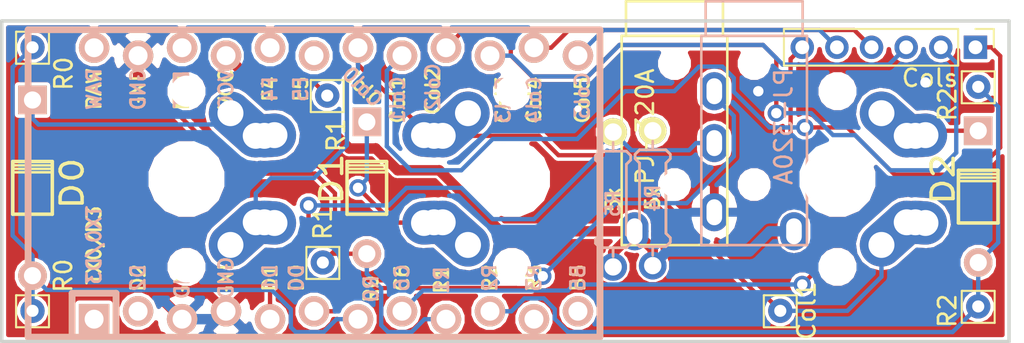
<source format=kicad_pcb>
(kicad_pcb (version 20171130) (host pcbnew 5.0.2-bee76a0~70~ubuntu18.04.1)

  (general
    (thickness 1.6)
    (drawings 4)
    (tracks 216)
    (zones 0)
    (modules 18)
    (nets 26)
  )

  (page User 210.007 148.488)
  (layers
    (0 F.Cu signal)
    (31 B.Cu signal)
    (32 B.Adhes user hide)
    (33 F.Adhes user hide)
    (34 B.Paste user)
    (35 F.Paste user)
    (36 B.SilkS user)
    (37 F.SilkS user)
    (38 B.Mask user)
    (39 F.Mask user)
    (40 Dwgs.User user)
    (41 Cmts.User user hide)
    (42 Eco1.User user hide)
    (43 Eco2.User user hide)
    (44 Edge.Cuts user)
    (45 Margin user hide)
    (46 B.CrtYd user hide)
    (47 F.CrtYd user)
    (48 B.Fab user hide)
    (49 F.Fab user hide)
  )

  (setup
    (last_trace_width 0.25)
    (trace_clearance 0.2)
    (zone_clearance 0.15)
    (zone_45_only no)
    (trace_min 0.16)
    (segment_width 0.2)
    (edge_width 0.15)
    (via_size 1)
    (via_drill 0.6)
    (via_min_size 0.4)
    (via_min_drill 0.3)
    (uvia_size 0.3)
    (uvia_drill 0.1)
    (uvias_allowed no)
    (uvia_min_size 0.2)
    (uvia_min_drill 0.1)
    (pcb_text_width 0.3)
    (pcb_text_size 1.5 1.5)
    (mod_edge_width 0.15)
    (mod_text_size 1 1)
    (mod_text_width 0.15)
    (pad_size 1.5 1)
    (pad_drill 0)
    (pad_to_mask_clearance 0.2)
    (solder_mask_min_width 0.25)
    (aux_axis_origin 0 0)
    (visible_elements FFFFFF7F)
    (pcbplotparams
      (layerselection 0x010fc_ffffffff)
      (usegerberextensions false)
      (usegerberattributes false)
      (usegerberadvancedattributes false)
      (creategerberjobfile false)
      (excludeedgelayer true)
      (linewidth 0.100000)
      (plotframeref false)
      (viasonmask false)
      (mode 1)
      (useauxorigin false)
      (hpglpennumber 1)
      (hpglpenspeed 20)
      (hpglpendiameter 15.000000)
      (psnegative false)
      (psa4output false)
      (plotreference true)
      (plotvalue true)
      (plotinvisibletext false)
      (padsonsilk false)
      (subtractmaskfromsilk false)
      (outputformat 1)
      (mirror false)
      (drillshape 0)
      (scaleselection 1)
      (outputdirectory "ColKeys.gbr/"))
  )

  (net 0 "")
  (net 1 Row1)
  (net 2 Row2)
  (net 3 Row3)
  (net 4 Row0)
  (net 5 Col1)
  (net 6 Col2)
  (net 7 Col3)
  (net 8 Col4)
  (net 9 Col5)
  (net 10 GND)
  (net 11 SCL)
  (net 12 SDA)
  (net 13 Col0)
  (net 14 VCC)
  (net 15 "Net-(D0-Pad2)")
  (net 16 "Net-(D1-Pad2)")
  (net 17 "Net-(D2-Pad2)")
  (net 18 "Net-(U1-Pad1)")
  (net 19 "Net-(U1-Pad2)")
  (net 20 "Net-(U1-Pad19)")
  (net 21 "Net-(U1-Pad20)")
  (net 22 "Net-(U1-Pad22)")
  (net 23 Row4)
  (net 24 "Net-(U1-Pad24)")
  (net 25 Col6)

  (net_class Default "This is the default net class."
    (clearance 0.2)
    (trace_width 0.25)
    (via_dia 1)
    (via_drill 0.6)
    (uvia_dia 0.3)
    (uvia_drill 0.1)
    (add_net Col0)
    (add_net Col1)
    (add_net Col2)
    (add_net Col3)
    (add_net Col4)
    (add_net Col5)
    (add_net Col6)
    (add_net "Net-(D0-Pad2)")
    (add_net "Net-(D1-Pad2)")
    (add_net "Net-(D2-Pad2)")
    (add_net "Net-(U1-Pad1)")
    (add_net "Net-(U1-Pad19)")
    (add_net "Net-(U1-Pad2)")
    (add_net "Net-(U1-Pad20)")
    (add_net "Net-(U1-Pad22)")
    (add_net "Net-(U1-Pad24)")
    (add_net Row0)
    (add_net Row1)
    (add_net Row2)
    (add_net Row3)
    (add_net Row4)
    (add_net SCL)
    (add_net SDA)
  )

  (net_class Fine ""
    (clearance 0.15)
    (trace_width 0.16)
    (via_dia 0.4)
    (via_drill 0.3)
    (uvia_dia 0.3)
    (uvia_drill 0.1)
  )

  (net_class Power ""
    (clearance 0.15)
    (trace_width 0.6)
    (via_dia 0.8)
    (via_drill 0.4)
    (uvia_dia 0.3)
    (uvia_drill 0.1)
    (add_net GND)
    (add_net VCC)
  )

  (net_class USBData ""
    (clearance 0.16)
    (trace_width 0.16)
    (via_dia 0.8)
    (via_drill 0.4)
    (uvia_dia 0.3)
    (uvia_drill 0.1)
  )

  (module Connector_PinHeader_2.00mm:PinHeader_1x06_P2.00mm_Vertical (layer F.Cu) (tedit 5E1EDB64) (tstamp 5E1ED8F1)
    (at 97.327501 44.272853 270)
    (descr "Through hole straight pin header, 1x06, 2.00mm pitch, single row")
    (tags "Through hole pin header THT 1x06 2.00mm single row")
    (path /5E1CE647)
    (fp_text reference Cols (at 1.778 2.634) (layer F.SilkS)
      (effects (font (size 1 1) (thickness 0.15)))
    )
    (fp_text value Conn_01x06 (at 0 12.06 270) (layer F.Fab)
      (effects (font (size 1 1) (thickness 0.15)))
    )
    (fp_text user %R (at 0 5) (layer F.Fab)
      (effects (font (size 1 1) (thickness 0.15)))
    )
    (fp_line (start 1.5 -1.5) (end -1.5 -1.5) (layer F.CrtYd) (width 0.05))
    (fp_line (start 1.5 11.5) (end 1.5 -1.5) (layer F.CrtYd) (width 0.05))
    (fp_line (start -1.5 11.5) (end 1.5 11.5) (layer F.CrtYd) (width 0.05))
    (fp_line (start -1.5 -1.5) (end -1.5 11.5) (layer F.CrtYd) (width 0.05))
    (fp_line (start -1.06 -1.06) (end 0 -1.06) (layer F.SilkS) (width 0.12))
    (fp_line (start -1.06 0) (end -1.06 -1.06) (layer F.SilkS) (width 0.12))
    (fp_line (start -1.06 1) (end 1.06 1) (layer F.SilkS) (width 0.12))
    (fp_line (start 1.06 1) (end 1.06 11.06) (layer F.SilkS) (width 0.12))
    (fp_line (start -1.06 1) (end -1.06 11.06) (layer F.SilkS) (width 0.12))
    (fp_line (start -1.06 11.06) (end 1.06 11.06) (layer F.SilkS) (width 0.12))
    (fp_line (start -1 -0.5) (end -0.5 -1) (layer F.Fab) (width 0.1))
    (fp_line (start -1 11) (end -1 -0.5) (layer F.Fab) (width 0.1))
    (fp_line (start 1 11) (end -1 11) (layer F.Fab) (width 0.1))
    (fp_line (start 1 -1) (end 1 11) (layer F.Fab) (width 0.1))
    (fp_line (start -0.5 -1) (end 1 -1) (layer F.Fab) (width 0.1))
    (pad 6 thru_hole oval (at 0 10 270) (size 1.35 1.35) (drill 0.8) (layers *.Cu *.Mask)
      (net 25 Col6))
    (pad 5 thru_hole oval (at 0 8 270) (size 1.35 1.35) (drill 0.8) (layers *.Cu *.Mask)
      (net 9 Col5))
    (pad 4 thru_hole oval (at 0 6 270) (size 1.35 1.35) (drill 0.8) (layers *.Cu *.Mask)
      (net 8 Col4))
    (pad 3 thru_hole oval (at 0 4 270) (size 1.35 1.35) (drill 0.8) (layers *.Cu *.Mask)
      (net 7 Col3))
    (pad 2 thru_hole oval (at 0 2 270) (size 1.35 1.35) (drill 0.8) (layers *.Cu *.Mask)
      (net 6 Col2))
    (pad 1 thru_hole rect (at 0 0 270) (size 1.35 1.35) (drill 0.8) (layers *.Cu *.Mask)
      (net 5 Col1))
    (model ${KISYS3DMOD}/Connector_PinHeader_2.00mm.3dshapes/PinHeader_1x06_P2.00mm_Vertical.wrl
      (at (xyz 0 0 0))
      (scale (xyz 1 1 1))
      (rotate (xyz 0 0 0))
    )
  )

  (module Keebio-Parts:Hybrid_PCB_100H_Dual_hole-flip (layer F.Cu) (tedit 5A41EE18) (tstamp 5E1AB239)
    (at 70.563501 51.892853 90)
    (path /5E1AA21A)
    (fp_text reference K1 (at 0 3.175 90) (layer F.SilkS) hide
      (effects (font (size 1.27 1.524) (thickness 0.2032)))
    )
    (fp_text value K34 (at 0 5.08 90) (layer F.SilkS) hide
      (effects (font (size 1.27 1.524) (thickness 0.2032)))
    )
    (fp_line (start -6.985 6.985) (end -6.985 -6.985) (layer Eco2.User) (width 0.1524))
    (fp_line (start 6.985 6.985) (end -6.985 6.985) (layer Eco2.User) (width 0.1524))
    (fp_line (start 6.985 -6.985) (end 6.985 6.985) (layer Eco2.User) (width 0.1524))
    (fp_line (start -6.985 -6.985) (end 6.985 -6.985) (layer Eco2.User) (width 0.1524))
    (fp_line (start -9.398 9.398) (end -9.398 -9.398) (layer Dwgs.User) (width 0.1524))
    (fp_line (start 9.398 9.398) (end -9.398 9.398) (layer Dwgs.User) (width 0.1524))
    (fp_line (start 9.398 -9.398) (end 9.398 9.398) (layer Dwgs.User) (width 0.1524))
    (fp_line (start -9.398 -9.398) (end 9.398 -9.398) (layer Dwgs.User) (width 0.1524))
    (fp_line (start -6.35 6.35) (end -6.35 -6.35) (layer Cmts.User) (width 0.1524))
    (fp_line (start 6.35 6.35) (end -6.35 6.35) (layer Cmts.User) (width 0.1524))
    (fp_line (start 6.35 -6.35) (end 6.35 6.35) (layer Cmts.User) (width 0.1524))
    (fp_line (start -6.35 -6.35) (end 6.35 -6.35) (layer Cmts.User) (width 0.1524))
    (pad 1 smd oval (at 2.52 -4.79 86.055) (size 2.5 3.081378) (layers B.Cu B.Paste B.Mask)
      (net 13 Col0))
    (pad 1 smd oval (at 3.155 -3.27 311.9) (size 2.5 4.461556) (layers F.Cu F.Paste F.Mask)
      (net 13 Col0))
    (pad 2 smd oval (at -2.52 -4.79 93.945) (size 2.5 3.081378) (layers F.Cu F.Paste F.Mask)
      (net 16 "Net-(D1-Pad2)"))
    (pad 2 smd oval (at -3.155 -3.27 228.1) (size 2.5 4.461556) (layers F.Cu F.Paste F.Mask)
      (net 16 "Net-(D1-Pad2)"))
    (pad 2 thru_hole circle (at -2.54 -5.08 60.95) (size 2 2) (drill 1.5) (layers *.Cu *.Mask)
      (net 16 "Net-(D1-Pad2)"))
    (pad 2 thru_hole circle (at -2.5 -4.5 60.95) (size 2 2) (drill 1.5) (layers *.Cu *.Mask)
      (net 16 "Net-(D1-Pad2)"))
    (pad 2 smd oval (at -2.52 -4.79 93.945) (size 2.5 3.081378) (layers B.Cu B.Paste B.Mask)
      (net 16 "Net-(D1-Pad2)"))
    (pad 1 thru_hole circle (at 3.81 -2.54 60.95) (size 2 2) (drill 1.5) (layers *.Cu *.Mask)
      (net 13 Col0))
    (pad 1 thru_hole circle (at 2.5 -4 90) (size 2 2) (drill 1.5) (layers *.Cu *.Mask)
      (net 13 Col0))
    (pad 2 smd oval (at -3.155 -3.27 228.1) (size 2.5 4.461556) (layers B.Cu B.Paste B.Mask)
      (net 16 "Net-(D1-Pad2)"))
    (pad 1 smd oval (at 3.155 -3.27 311.9) (size 2.5 4.461556) (layers B.Cu B.Paste B.Mask)
      (net 13 Col0))
    (pad 2 thru_hole circle (at -3.81 -2.54 60.95) (size 2 2) (drill 1.5) (layers *.Cu *.Mask)
      (net 16 "Net-(D1-Pad2)"))
    (pad HOLE np_thru_hole circle (at 5.08 0 90) (size 1.8 1.8) (drill 1.8) (layers *.Cu))
    (pad HOLE np_thru_hole circle (at -5.08 0 90) (size 1.8 1.8) (drill 1.8) (layers *.Cu))
    (pad HOLE np_thru_hole circle (at 0 0 90) (size 3.9878 3.9878) (drill 3.9878) (layers *.Cu))
    (pad 2 thru_hole circle (at -2.5 -4 60.95) (size 2 2) (drill 1.5) (layers *.Cu *.Mask)
      (net 16 "Net-(D1-Pad2)"))
    (pad 1 thru_hole circle (at 2.54 -5.08 60.95) (size 2 2) (drill 1.5) (layers *.Cu *.Mask)
      (net 13 Col0))
    (pad 1 thru_hole circle (at 2.5 -4.5 60.95) (size 2 2) (drill 1.5) (layers *.Cu *.Mask)
      (net 13 Col0))
    (pad 1 smd oval (at 2.52 -4.79 86.055) (size 2.5 3.081378) (layers F.Cu F.Paste F.Mask)
      (net 13 Col0))
    (model /Users/danny/Documents/proj/custom-keyboard/kicad-libs/3d_models/mx-switch.wrl
      (offset (xyz 7.4675998878479 7.4675998878479 5.943599910736085))
      (scale (xyz 0.4 0.4 0.4))
      (rotate (xyz 270 0 180))
    )
    (model /Users/danny/Documents/proj/custom-keyboard/kicad-libs/3d_models/SA-R3-1u.wrl
      (offset (xyz 0 0 11.93799982070923))
      (scale (xyz 0.394 0.394 0.394))
      (rotate (xyz 270 0 0))
    )
  )

  (module Keebio-Parts:Hybrid_PCB_100H_Dual_hole-flip (layer F.Cu) (tedit 5A41EE18) (tstamp 5E1AB221)
    (at 51.767501 51.892853 270)
    (path /5E1AA260)
    (fp_text reference K0 (at 0 3.175 270) (layer F.SilkS) hide
      (effects (font (size 1.27 1.524) (thickness 0.2032)))
    )
    (fp_text value K34 (at 0 5.08 270) (layer F.SilkS) hide
      (effects (font (size 1.27 1.524) (thickness 0.2032)))
    )
    (fp_line (start -6.985 6.985) (end -6.985 -6.985) (layer Eco2.User) (width 0.1524))
    (fp_line (start 6.985 6.985) (end -6.985 6.985) (layer Eco2.User) (width 0.1524))
    (fp_line (start 6.985 -6.985) (end 6.985 6.985) (layer Eco2.User) (width 0.1524))
    (fp_line (start -6.985 -6.985) (end 6.985 -6.985) (layer Eco2.User) (width 0.1524))
    (fp_line (start -9.398 9.398) (end -9.398 -9.398) (layer Dwgs.User) (width 0.1524))
    (fp_line (start 9.398 9.398) (end -9.398 9.398) (layer Dwgs.User) (width 0.1524))
    (fp_line (start 9.398 -9.398) (end 9.398 9.398) (layer Dwgs.User) (width 0.1524))
    (fp_line (start -9.398 -9.398) (end 9.398 -9.398) (layer Dwgs.User) (width 0.1524))
    (fp_line (start -6.35 6.35) (end -6.35 -6.35) (layer Cmts.User) (width 0.1524))
    (fp_line (start 6.35 6.35) (end -6.35 6.35) (layer Cmts.User) (width 0.1524))
    (fp_line (start 6.35 -6.35) (end 6.35 6.35) (layer Cmts.User) (width 0.1524))
    (fp_line (start -6.35 -6.35) (end 6.35 -6.35) (layer Cmts.User) (width 0.1524))
    (pad 1 smd oval (at 2.52 -4.79 266.055) (size 2.5 3.081378) (layers B.Cu B.Paste B.Mask)
      (net 13 Col0))
    (pad 1 smd oval (at 3.155 -3.27 131.9) (size 2.5 4.461556) (layers F.Cu F.Paste F.Mask)
      (net 13 Col0))
    (pad 2 smd oval (at -2.52 -4.79 273.945) (size 2.5 3.081378) (layers F.Cu F.Paste F.Mask)
      (net 15 "Net-(D0-Pad2)"))
    (pad 2 smd oval (at -3.155 -3.27 48.1) (size 2.5 4.461556) (layers F.Cu F.Paste F.Mask)
      (net 15 "Net-(D0-Pad2)"))
    (pad 2 thru_hole circle (at -2.54 -5.08 240.95) (size 2 2) (drill 1.5) (layers *.Cu *.Mask)
      (net 15 "Net-(D0-Pad2)"))
    (pad 2 thru_hole circle (at -2.5 -4.5 240.95) (size 2 2) (drill 1.5) (layers *.Cu *.Mask)
      (net 15 "Net-(D0-Pad2)"))
    (pad 2 smd oval (at -2.52 -4.79 273.945) (size 2.5 3.081378) (layers B.Cu B.Paste B.Mask)
      (net 15 "Net-(D0-Pad2)"))
    (pad 1 thru_hole circle (at 3.81 -2.54 240.95) (size 2 2) (drill 1.5) (layers *.Cu *.Mask)
      (net 13 Col0))
    (pad 1 thru_hole circle (at 2.5 -4 270) (size 2 2) (drill 1.5) (layers *.Cu *.Mask)
      (net 13 Col0))
    (pad 2 smd oval (at -3.155 -3.27 48.1) (size 2.5 4.461556) (layers B.Cu B.Paste B.Mask)
      (net 15 "Net-(D0-Pad2)"))
    (pad 1 smd oval (at 3.155 -3.27 131.9) (size 2.5 4.461556) (layers B.Cu B.Paste B.Mask)
      (net 13 Col0))
    (pad 2 thru_hole circle (at -3.81 -2.54 240.95) (size 2 2) (drill 1.5) (layers *.Cu *.Mask)
      (net 15 "Net-(D0-Pad2)"))
    (pad HOLE np_thru_hole circle (at 5.08 0 270) (size 1.8 1.8) (drill 1.8) (layers *.Cu))
    (pad HOLE np_thru_hole circle (at -5.08 0 270) (size 1.8 1.8) (drill 1.8) (layers *.Cu))
    (pad HOLE np_thru_hole circle (at 0 0 270) (size 3.9878 3.9878) (drill 3.9878) (layers *.Cu))
    (pad 2 thru_hole circle (at -2.5 -4 240.95) (size 2 2) (drill 1.5) (layers *.Cu *.Mask)
      (net 15 "Net-(D0-Pad2)"))
    (pad 1 thru_hole circle (at 2.54 -5.08 240.95) (size 2 2) (drill 1.5) (layers *.Cu *.Mask)
      (net 13 Col0))
    (pad 1 thru_hole circle (at 2.5 -4.5 240.95) (size 2 2) (drill 1.5) (layers *.Cu *.Mask)
      (net 13 Col0))
    (pad 1 smd oval (at 2.52 -4.79 266.055) (size 2.5 3.081378) (layers F.Cu F.Paste F.Mask)
      (net 13 Col0))
    (model /Users/danny/Documents/proj/custom-keyboard/kicad-libs/3d_models/mx-switch.wrl
      (offset (xyz 7.4675998878479 7.4675998878479 5.943599910736085))
      (scale (xyz 0.4 0.4 0.4))
      (rotate (xyz 270 0 180))
    )
    (model /Users/danny/Documents/proj/custom-keyboard/kicad-libs/3d_models/SA-R3-1u.wrl
      (offset (xyz 0 0 11.93799982070923))
      (scale (xyz 0.394 0.394 0.394))
      (rotate (xyz 270 0 0))
    )
  )

  (module Keebio-Parts:Hybrid_PCB_100H_Dual_hole-flip (layer F.Cu) (tedit 5A41EE18) (tstamp 5E33A1E3)
    (at 89.359501 51.892853 270)
    (path /5E1AA1BA)
    (fp_text reference K2 (at 0 3.175 270) (layer F.SilkS) hide
      (effects (font (size 1.27 1.524) (thickness 0.2032)))
    )
    (fp_text value K34 (at 0 5.08 270) (layer F.SilkS) hide
      (effects (font (size 1.27 1.524) (thickness 0.2032)))
    )
    (fp_line (start -6.985 6.985) (end -6.985 -6.985) (layer Eco2.User) (width 0.1524))
    (fp_line (start 6.985 6.985) (end -6.985 6.985) (layer Eco2.User) (width 0.1524))
    (fp_line (start 6.985 -6.985) (end 6.985 6.985) (layer Eco2.User) (width 0.1524))
    (fp_line (start -6.985 -6.985) (end 6.985 -6.985) (layer Eco2.User) (width 0.1524))
    (fp_line (start -9.398 9.398) (end -9.398 -9.398) (layer Dwgs.User) (width 0.1524))
    (fp_line (start 9.398 9.398) (end -9.398 9.398) (layer Dwgs.User) (width 0.1524))
    (fp_line (start 9.398 -9.398) (end 9.398 9.398) (layer Dwgs.User) (width 0.1524))
    (fp_line (start -9.398 -9.398) (end 9.398 -9.398) (layer Dwgs.User) (width 0.1524))
    (fp_line (start -6.35 6.35) (end -6.35 -6.35) (layer Cmts.User) (width 0.1524))
    (fp_line (start 6.35 6.35) (end -6.35 6.35) (layer Cmts.User) (width 0.1524))
    (fp_line (start 6.35 -6.35) (end 6.35 6.35) (layer Cmts.User) (width 0.1524))
    (fp_line (start -6.35 -6.35) (end 6.35 -6.35) (layer Cmts.User) (width 0.1524))
    (pad 1 smd oval (at 2.52 -4.79 266.055) (size 2.5 3.081378) (layers B.Cu B.Paste B.Mask)
      (net 13 Col0))
    (pad 1 smd oval (at 3.155 -3.27 131.9) (size 2.5 4.461556) (layers F.Cu F.Paste F.Mask)
      (net 13 Col0))
    (pad 2 smd oval (at -2.52 -4.79 273.945) (size 2.5 3.081378) (layers F.Cu F.Paste F.Mask)
      (net 17 "Net-(D2-Pad2)"))
    (pad 2 smd oval (at -3.155 -3.27 48.1) (size 2.5 4.461556) (layers F.Cu F.Paste F.Mask)
      (net 17 "Net-(D2-Pad2)"))
    (pad 2 thru_hole circle (at -2.54 -5.08 240.95) (size 2 2) (drill 1.5) (layers *.Cu *.Mask)
      (net 17 "Net-(D2-Pad2)"))
    (pad 2 thru_hole circle (at -2.5 -4.5 240.95) (size 2 2) (drill 1.5) (layers *.Cu *.Mask)
      (net 17 "Net-(D2-Pad2)"))
    (pad 2 smd oval (at -2.52 -4.79 273.945) (size 2.5 3.081378) (layers B.Cu B.Paste B.Mask)
      (net 17 "Net-(D2-Pad2)"))
    (pad 1 thru_hole circle (at 3.81 -2.54 240.95) (size 2 2) (drill 1.5) (layers *.Cu *.Mask)
      (net 13 Col0))
    (pad 1 thru_hole circle (at 2.5 -4 270) (size 2 2) (drill 1.5) (layers *.Cu *.Mask)
      (net 13 Col0))
    (pad 2 smd oval (at -3.155 -3.27 48.1) (size 2.5 4.461556) (layers B.Cu B.Paste B.Mask)
      (net 17 "Net-(D2-Pad2)"))
    (pad 1 smd oval (at 3.155 -3.27 131.9) (size 2.5 4.461556) (layers B.Cu B.Paste B.Mask)
      (net 13 Col0))
    (pad 2 thru_hole circle (at -3.81 -2.54 240.95) (size 2 2) (drill 1.5) (layers *.Cu *.Mask)
      (net 17 "Net-(D2-Pad2)"))
    (pad HOLE np_thru_hole circle (at 5.08 0 270) (size 1.8 1.8) (drill 1.8) (layers *.Cu))
    (pad HOLE np_thru_hole circle (at -5.08 0 270) (size 1.8 1.8) (drill 1.8) (layers *.Cu))
    (pad HOLE np_thru_hole circle (at 0 0 270) (size 3.9878 3.9878) (drill 3.9878) (layers *.Cu))
    (pad 2 thru_hole circle (at -2.5 -4 240.95) (size 2 2) (drill 1.5) (layers *.Cu *.Mask)
      (net 17 "Net-(D2-Pad2)"))
    (pad 1 thru_hole circle (at 2.54 -5.08 240.95) (size 2 2) (drill 1.5) (layers *.Cu *.Mask)
      (net 13 Col0))
    (pad 1 thru_hole circle (at 2.5 -4.5 240.95) (size 2 2) (drill 1.5) (layers *.Cu *.Mask)
      (net 13 Col0))
    (pad 1 smd oval (at 2.52 -4.79 266.055) (size 2.5 3.081378) (layers F.Cu F.Paste F.Mask)
      (net 13 Col0))
    (model /Users/danny/Documents/proj/custom-keyboard/kicad-libs/3d_models/mx-switch.wrl
      (offset (xyz 7.4675998878479 7.4675998878479 5.943599910736085))
      (scale (xyz 0.4 0.4 0.4))
      (rotate (xyz 270 0 180))
    )
    (model /Users/danny/Documents/proj/custom-keyboard/kicad-libs/3d_models/SA-R3-1u.wrl
      (offset (xyz 0 0 11.93799982070923))
      (scale (xyz 0.394 0.394 0.394))
      (rotate (xyz 270 0 0))
    )
  )

  (module Keebio-Parts:Diode (layer F.Cu) (tedit 549B02AC) (tstamp 5E1FABE4)
    (at 97.487501 52.908853 90)
    (path /5A1C7569)
    (fp_text reference D2 (at 1.016 -2.032 90) (layer F.SilkS)
      (effects (font (size 1.27 1.524) (thickness 0.2032)))
    )
    (fp_text value D (at 0 0 90) (layer F.SilkS) hide
      (effects (font (size 1.27 1.524) (thickness 0.2032)))
    )
    (fp_line (start -1.524 1.143) (end -1.524 -1.143) (layer F.SilkS) (width 0.2032))
    (fp_line (start 1.524 1.143) (end -1.524 1.143) (layer F.SilkS) (width 0.2032))
    (fp_line (start 1.524 -1.143) (end 1.524 1.143) (layer F.SilkS) (width 0.2032))
    (fp_line (start -1.524 -1.143) (end 1.524 -1.143) (layer F.SilkS) (width 0.2032))
    (fp_line (start 1.3 1.1) (end 1.3 -1) (layer F.SilkS) (width 0.15))
    (fp_line (start 1.3 -1.1) (end 1.3 -1) (layer F.SilkS) (width 0.15))
    (fp_line (start 1.3 -1) (end 1.3 -1.1) (layer F.SilkS) (width 0.15))
    (fp_line (start 1.1 -1.1) (end 1.1 1.1) (layer F.SilkS) (width 0.15))
    (fp_line (start 0.9 1.1) (end 0.9 -1.1) (layer F.SilkS) (width 0.15))
    (pad 2 thru_hole rect (at 3.81 0 90) (size 1.651 1.651) (drill 0.9906) (layers *.Cu *.SilkS *.Mask)
      (net 17 "Net-(D2-Pad2)"))
    (pad 1 thru_hole circle (at -3.81 0 90) (size 1.651 1.651) (drill 0.9906) (layers *.Cu *.SilkS *.Mask)
      (net 2 Row2))
  )

  (module Keebio-Parts:Diode (layer F.Cu) (tedit 549B02AC) (tstamp 5E1D1E96)
    (at 62.181501 52.400853 90)
    (path /5A1C3A0F)
    (fp_text reference D1 (at 0.508 -2.032 90) (layer F.SilkS)
      (effects (font (size 1.27 1.524) (thickness 0.2032)))
    )
    (fp_text value D (at 0 0 90) (layer F.SilkS) hide
      (effects (font (size 1.27 1.524) (thickness 0.2032)))
    )
    (fp_line (start -1.524 1.143) (end -1.524 -1.143) (layer F.SilkS) (width 0.2032))
    (fp_line (start 1.524 1.143) (end -1.524 1.143) (layer F.SilkS) (width 0.2032))
    (fp_line (start 1.524 -1.143) (end 1.524 1.143) (layer F.SilkS) (width 0.2032))
    (fp_line (start -1.524 -1.143) (end 1.524 -1.143) (layer F.SilkS) (width 0.2032))
    (fp_line (start 1.3 1.1) (end 1.3 -1) (layer F.SilkS) (width 0.15))
    (fp_line (start 1.3 -1.1) (end 1.3 -1) (layer F.SilkS) (width 0.15))
    (fp_line (start 1.3 -1) (end 1.3 -1.1) (layer F.SilkS) (width 0.15))
    (fp_line (start 1.1 -1.1) (end 1.1 1.1) (layer F.SilkS) (width 0.15))
    (fp_line (start 0.9 1.1) (end 0.9 -1.1) (layer F.SilkS) (width 0.15))
    (pad 2 thru_hole rect (at 3.81 0 90) (size 1.651 1.651) (drill 0.9906) (layers *.Cu *.SilkS *.Mask)
      (net 16 "Net-(D1-Pad2)"))
    (pad 1 thru_hole circle (at -3.81 0 90) (size 1.651 1.651) (drill 0.9906) (layers *.Cu *.SilkS *.Mask)
      (net 1 Row1))
  )

  (module Keebio-Parts:Diode-Wide (layer F.Cu) (tedit 5E1CC135) (tstamp 5E3F03A5)
    (at 42.877501 52.400853 90)
    (path /5A1C368B)
    (fp_text reference D0 (at 0.254 2.286 90) (layer F.SilkS)
      (effects (font (size 1.27 1.524) (thickness 0.2032)))
    )
    (fp_text value D (at 0 0 90) (layer F.SilkS) hide
      (effects (font (size 1.27 1.524) (thickness 0.2032)))
    )
    (fp_line (start -1.524 1.143) (end -1.524 -1.143) (layer F.SilkS) (width 0.2032))
    (fp_line (start 1.524 1.143) (end -1.524 1.143) (layer F.SilkS) (width 0.2032))
    (fp_line (start 1.524 -1.143) (end 1.524 1.143) (layer F.SilkS) (width 0.2032))
    (fp_line (start -1.524 -1.143) (end 1.524 -1.143) (layer F.SilkS) (width 0.2032))
    (fp_line (start 1.3 1.1) (end 1.3 -1) (layer F.SilkS) (width 0.15))
    (fp_line (start 1.3 -1.1) (end 1.3 -1) (layer F.SilkS) (width 0.15))
    (fp_line (start 1.3 -1) (end 1.3 -1.1) (layer F.SilkS) (width 0.15))
    (fp_line (start 1.1 -1.1) (end 1.1 1.1) (layer F.SilkS) (width 0.15))
    (fp_line (start 0.9 1.1) (end 0.9 -1.1) (layer F.SilkS) (width 0.15))
    (pad 2 thru_hole rect (at 5.08 0 90) (size 1.651 1.651) (drill 0.9906) (layers *.Cu *.SilkS *.Mask)
      (net 15 "Net-(D0-Pad2)"))
    (pad 1 thru_hole circle (at -5.08 0 90) (size 1.651 1.651) (drill 0.9906) (layers *.Cu *.SilkS *.Mask)
      (net 4 Row0))
  )

  (module Connector_Pin:Pin_D0.7mm_L6.5mm_W1.8mm_FlatFork (layer F.Cu) (tedit 5A1DC084) (tstamp 5E1F9AF9)
    (at 59.641501 56.718853 90)
    (descr "solder Pin_ with flat fork, hole diameter 0.7mm, length 6.5mm, width 1.8mm")
    (tags "solder Pin_ with flat fork")
    (path /5E1DCA8F)
    (fp_text reference R1 (at 2.286 0 90) (layer F.SilkS)
      (effects (font (size 1 1) (thickness 0.15)))
    )
    (fp_text value Conn_01x01 (at 0 -1.8 90) (layer F.Fab)
      (effects (font (size 1 1) (thickness 0.15)))
    )
    (fp_line (start 1.35 1.2) (end -1.4 1.2) (layer F.CrtYd) (width 0.05))
    (fp_line (start 1.35 1.2) (end 1.35 -1.2) (layer F.CrtYd) (width 0.05))
    (fp_line (start -1.4 -1.2) (end -1.4 1.2) (layer F.CrtYd) (width 0.05))
    (fp_line (start -1.4 -1.2) (end 1.35 -1.2) (layer F.CrtYd) (width 0.05))
    (fp_line (start -0.9 0.25) (end -0.9 -0.25) (layer F.Fab) (width 0.12))
    (fp_line (start 0.85 0.25) (end -0.9 0.25) (layer F.Fab) (width 0.12))
    (fp_line (start 0.85 -0.25) (end 0.85 0.25) (layer F.Fab) (width 0.12))
    (fp_line (start -0.9 -0.25) (end 0.85 -0.25) (layer F.Fab) (width 0.12))
    (fp_line (start 0.9 -0.95) (end -0.95 -0.95) (layer F.SilkS) (width 0.12))
    (fp_line (start 0.9 -0.9) (end 0.9 -0.95) (layer F.SilkS) (width 0.12))
    (fp_line (start 0.9 0.95) (end 0.9 -0.9) (layer F.SilkS) (width 0.12))
    (fp_line (start -0.95 0.95) (end 0.9 0.95) (layer F.SilkS) (width 0.12))
    (fp_line (start -0.95 -0.95) (end -0.95 0.95) (layer F.SilkS) (width 0.12))
    (fp_text user %R (at 0 1.8 90) (layer F.Fab)
      (effects (font (size 1 1) (thickness 0.15)))
    )
    (pad 1 thru_hole circle (at 0 0 90) (size 1.4 1.4) (drill 0.7) (layers *.Cu *.Mask)
      (net 1 Row1))
    (model ${KISYS3DMOD}/Connector_Pin.3dshapes/Pin_D0.7mm_L6.5mm_W1.8mm_FlatFork.wrl
      (at (xyz 0 0 0))
      (scale (xyz 1 1 1))
      (rotate (xyz 0 0 0))
    )
  )

  (module Connector_Pin:Pin_D0.7mm_L6.5mm_W1.8mm_FlatFork (layer F.Cu) (tedit 5A1DC084) (tstamp 5E1ABB0B)
    (at 97.487501 59.258853 90)
    (descr "solder Pin_ with flat fork, hole diameter 0.7mm, length 6.5mm, width 1.8mm")
    (tags "solder Pin_ with flat fork")
    (path /5E1DCAE1)
    (fp_text reference R2 (at -0.254 -1.778 90) (layer F.SilkS)
      (effects (font (size 1 1) (thickness 0.15)))
    )
    (fp_text value Conn_01x01 (at 0 -1.8 90) (layer F.Fab)
      (effects (font (size 1 1) (thickness 0.15)))
    )
    (fp_line (start 1.35 1.2) (end -1.4 1.2) (layer F.CrtYd) (width 0.05))
    (fp_line (start 1.35 1.2) (end 1.35 -1.2) (layer F.CrtYd) (width 0.05))
    (fp_line (start -1.4 -1.2) (end -1.4 1.2) (layer F.CrtYd) (width 0.05))
    (fp_line (start -1.4 -1.2) (end 1.35 -1.2) (layer F.CrtYd) (width 0.05))
    (fp_line (start -0.9 0.25) (end -0.9 -0.25) (layer F.Fab) (width 0.12))
    (fp_line (start 0.85 0.25) (end -0.9 0.25) (layer F.Fab) (width 0.12))
    (fp_line (start 0.85 -0.25) (end 0.85 0.25) (layer F.Fab) (width 0.12))
    (fp_line (start -0.9 -0.25) (end 0.85 -0.25) (layer F.Fab) (width 0.12))
    (fp_line (start 0.9 -0.95) (end -0.95 -0.95) (layer F.SilkS) (width 0.12))
    (fp_line (start 0.9 -0.9) (end 0.9 -0.95) (layer F.SilkS) (width 0.12))
    (fp_line (start 0.9 0.95) (end 0.9 -0.9) (layer F.SilkS) (width 0.12))
    (fp_line (start -0.95 0.95) (end 0.9 0.95) (layer F.SilkS) (width 0.12))
    (fp_line (start -0.95 -0.95) (end -0.95 0.95) (layer F.SilkS) (width 0.12))
    (fp_text user %R (at 0 1.8 90) (layer F.Fab)
      (effects (font (size 1 1) (thickness 0.15)))
    )
    (pad 1 thru_hole circle (at 0 0 90) (size 1.4 1.4) (drill 0.7) (layers *.Cu *.Mask)
      (net 2 Row2))
    (model ${KISYS3DMOD}/Connector_Pin.3dshapes/Pin_D0.7mm_L6.5mm_W1.8mm_FlatFork.wrl
      (at (xyz 0 0 0))
      (scale (xyz 1 1 1))
      (rotate (xyz 0 0 0))
    )
  )

  (module Connector_Pin:Pin_D0.7mm_L6.5mm_W1.8mm_FlatFork (layer F.Cu) (tedit 5A1DC084) (tstamp 5E1ABAF7)
    (at 42.877501 59.512853 90)
    (descr "solder Pin_ with flat fork, hole diameter 0.7mm, length 6.5mm, width 1.8mm")
    (tags "solder Pin_ with flat fork")
    (path /5E1DC9BB)
    (fp_text reference R0 (at 2.032 1.778 90) (layer F.SilkS)
      (effects (font (size 1 1) (thickness 0.15)))
    )
    (fp_text value Conn_01x01 (at 0 -1.8 90) (layer F.Fab)
      (effects (font (size 1 1) (thickness 0.15)))
    )
    (fp_line (start 1.35 1.2) (end -1.4 1.2) (layer F.CrtYd) (width 0.05))
    (fp_line (start 1.35 1.2) (end 1.35 -1.2) (layer F.CrtYd) (width 0.05))
    (fp_line (start -1.4 -1.2) (end -1.4 1.2) (layer F.CrtYd) (width 0.05))
    (fp_line (start -1.4 -1.2) (end 1.35 -1.2) (layer F.CrtYd) (width 0.05))
    (fp_line (start -0.9 0.25) (end -0.9 -0.25) (layer F.Fab) (width 0.12))
    (fp_line (start 0.85 0.25) (end -0.9 0.25) (layer F.Fab) (width 0.12))
    (fp_line (start 0.85 -0.25) (end 0.85 0.25) (layer F.Fab) (width 0.12))
    (fp_line (start -0.9 -0.25) (end 0.85 -0.25) (layer F.Fab) (width 0.12))
    (fp_line (start 0.9 -0.95) (end -0.95 -0.95) (layer F.SilkS) (width 0.12))
    (fp_line (start 0.9 -0.9) (end 0.9 -0.95) (layer F.SilkS) (width 0.12))
    (fp_line (start 0.9 0.95) (end 0.9 -0.9) (layer F.SilkS) (width 0.12))
    (fp_line (start -0.95 0.95) (end 0.9 0.95) (layer F.SilkS) (width 0.12))
    (fp_line (start -0.95 -0.95) (end -0.95 0.95) (layer F.SilkS) (width 0.12))
    (fp_text user %R (at 0 1.8 90) (layer F.Fab)
      (effects (font (size 1 1) (thickness 0.15)))
    )
    (pad 1 thru_hole circle (at 0 0 90) (size 1.4 1.4) (drill 0.7) (layers *.Cu *.Mask)
      (net 4 Row0))
    (model ${KISYS3DMOD}/Connector_Pin.3dshapes/Pin_D0.7mm_L6.5mm_W1.8mm_FlatFork.wrl
      (at (xyz 0 0 0))
      (scale (xyz 1 1 1))
      (rotate (xyz 0 0 0))
    )
  )

  (module Keebio-Parts:ArduinoProMicro-ZigZag (layer F.Cu) (tedit 5E1EDBE5) (tstamp 5E33AC62)
    (at 60.403501 52.146853)
    (path /5E18243D)
    (fp_text reference U1 (at 0 1.625) (layer F.SilkS) hide
      (effects (font (size 1 1) (thickness 0.2)))
    )
    (fp_text value ProMicro (at 0 0) (layer F.SilkS) hide
      (effects (font (size 1 1) (thickness 0.2)))
    )
    (fp_line (start -12.7 6.35) (end -12.7 8.89) (layer B.SilkS) (width 0.381))
    (fp_line (start -15.24 6.35) (end -12.7 6.35) (layer B.SilkS) (width 0.381))
    (fp_text user D2 (at -11.43 5.461 -270) (layer B.SilkS)
      (effects (font (size 0.8 0.8) (thickness 0.15)) (justify mirror))
    )
    (fp_text user D0 (at -2.286 5.461 -270) (layer B.SilkS)
      (effects (font (size 0.8 0.8) (thickness 0.15)) (justify mirror))
    )
    (fp_text user D1 (at -3.81 5.461 -270) (layer B.SilkS)
      (effects (font (size 0.8 0.8) (thickness 0.15)) (justify mirror))
    )
    (fp_text user GND (at -6.35 5.461 -270) (layer B.SilkS)
      (effects (font (size 0.8 0.8) (thickness 0.15)) (justify mirror))
    )
    (fp_text user GND (at -8.89 5.461 -270) (layer B.SilkS)
      (effects (font (size 0.8 0.8) (thickness 0.15)) (justify mirror))
    )
    (fp_text user R0 (at 2.032 6.096 -270) (layer B.SilkS)
      (effects (font (size 0.8 0.8) (thickness 0.15)) (justify mirror))
    )
    (fp_text user C6 (at 3.81 5.461 -270) (layer B.SilkS)
      (effects (font (size 0.8 0.8) (thickness 0.15)) (justify mirror))
    )
    (fp_text user R1 (at 6.096 5.588 -270) (layer B.SilkS)
      (effects (font (size 0.8 0.8) (thickness 0.15)) (justify mirror))
    )
    (fp_text user R2 (at 8.89 5.461 -270) (layer B.SilkS)
      (effects (font (size 0.8 0.8) (thickness 0.15)) (justify mirror))
    )
    (fp_text user R3 (at 11.43 5.461 -270) (layer B.SilkS)
      (effects (font (size 0.8 0.8) (thickness 0.15)) (justify mirror))
    )
    (fp_text user B5 (at 13.97 5.461 -270) (layer B.SilkS)
      (effects (font (size 0.8 0.8) (thickness 0.15)) (justify mirror))
    )
    (fp_text user Col5 (at 14.224 -5.08 -270) (layer B.SilkS)
      (effects (font (size 0.8 0.8) (thickness 0.15)) (justify mirror))
    )
    (fp_text user Col4 (at 11.43 -4.826 -270) (layer F.SilkS)
      (effects (font (size 0.8 0.8) (thickness 0.15)))
    )
    (fp_text user Col3 (at 9.652 -4.826 -270) (layer B.SilkS)
      (effects (font (size 0.8 0.8) (thickness 0.15)) (justify mirror))
    )
    (fp_text user Col2 (at 5.588 -5.588 -270) (layer B.SilkS)
      (effects (font (size 0.8 0.8) (thickness 0.15)) (justify mirror))
    )
    (fp_text user Col1 (at 3.556 -4.826 -270) (layer F.SilkS)
      (effects (font (size 0.8 0.8) (thickness 0.15)))
    )
    (fp_text user Col0 (at 1.524 -5.588 135) (layer F.SilkS)
      (effects (font (size 0.8 0.8) (thickness 0.15)))
    )
    (fp_text user F5 (at -2.032 -5.461 -270) (layer F.SilkS)
      (effects (font (size 0.8 0.8) (thickness 0.15)))
    )
    (fp_text user F4 (at -3.81 -5.461 -270) (layer B.SilkS)
      (effects (font (size 0.8 0.8) (thickness 0.15)) (justify mirror))
    )
    (fp_text user VCC (at -6.35 -5.461 -270) (layer B.SilkS)
      (effects (font (size 0.8 0.8) (thickness 0.15)) (justify mirror))
    )
    (fp_text user GND (at -11.43 -5.461 -270) (layer B.SilkS)
      (effects (font (size 0.8 0.8) (thickness 0.15)) (justify mirror))
    )
    (fp_text user RAW (at -13.97 -5.461 -270) (layer B.SilkS)
      (effects (font (size 0.8 0.8) (thickness 0.15)) (justify mirror))
    )
    (fp_text user RAW (at -13.97 -5.461 -270) (layer F.SilkS)
      (effects (font (size 0.8 0.8) (thickness 0.15)))
    )
    (fp_text user GND (at -11.43 -5.461 -270) (layer F.SilkS)
      (effects (font (size 0.8 0.8) (thickness 0.15)))
    )
    (fp_text user ST (at -8.92 -5.73312 -270) (layer F.SilkS)
      (effects (font (size 0.8 0.8) (thickness 0.15)))
    )
    (fp_text user VCC (at -6.35 -5.461 -270) (layer F.SilkS)
      (effects (font (size 0.8 0.8) (thickness 0.15)))
    )
    (fp_text user F4 (at -3.81 -5.461 -270) (layer F.SilkS)
      (effects (font (size 0.8 0.8) (thickness 0.15)))
    )
    (fp_text user F5 (at -2.032 -5.461 -270) (layer B.SilkS)
      (effects (font (size 0.8 0.8) (thickness 0.15)) (justify mirror))
    )
    (fp_text user Col0 (at 1.524 -5.588 135) (layer B.SilkS)
      (effects (font (size 0.8 0.8) (thickness 0.15)) (justify mirror))
    )
    (fp_text user Col1 (at 3.556 -4.826 -270) (layer B.SilkS)
      (effects (font (size 0.8 0.8) (thickness 0.15)) (justify mirror))
    )
    (fp_text user Col2 (at 5.588 -5.334 -270) (layer F.SilkS)
      (effects (font (size 0.8 0.8) (thickness 0.15)))
    )
    (fp_text user Col3 (at 9.652 -4.826 -270) (layer F.SilkS)
      (effects (font (size 0.8 0.8) (thickness 0.15)))
    )
    (fp_text user Col4 (at 11.43 -4.826 -270) (layer B.SilkS)
      (effects (font (size 0.8 0.8) (thickness 0.15)) (justify mirror))
    )
    (fp_text user Col5 (at 14.224 -4.826 -270) (layer F.SilkS)
      (effects (font (size 0.8 0.8) (thickness 0.15)))
    )
    (fp_text user B5 (at 13.97 5.461 -270) (layer F.SilkS)
      (effects (font (size 0.8 0.8) (thickness 0.15)))
    )
    (fp_text user R3 (at 11.43 5.461 -270) (layer F.SilkS)
      (effects (font (size 0.8 0.8) (thickness 0.15)))
    )
    (fp_text user R2 (at 8.89 5.461 -270) (layer F.SilkS)
      (effects (font (size 0.8 0.8) (thickness 0.15)))
    )
    (fp_text user R1 (at 6.096 5.588 -270) (layer F.SilkS)
      (effects (font (size 0.8 0.8) (thickness 0.15)))
    )
    (fp_text user C6 (at 3.81 5.461 -270) (layer F.SilkS)
      (effects (font (size 0.8 0.8) (thickness 0.15)))
    )
    (fp_text user R0 (at 2.032 6.096 -270) (layer F.SilkS)
      (effects (font (size 0.8 0.8) (thickness 0.15)))
    )
    (fp_text user GND (at -8.89 5.461 -270) (layer F.SilkS)
      (effects (font (size 0.8 0.8) (thickness 0.15)))
    )
    (fp_text user GND (at -6.35 5.461 -270) (layer F.SilkS)
      (effects (font (size 0.8 0.8) (thickness 0.15)))
    )
    (fp_text user D1 (at -3.81 5.461 -270) (layer F.SilkS)
      (effects (font (size 0.8 0.8) (thickness 0.15)))
    )
    (fp_text user D0 (at -2.286 5.461 -270) (layer F.SilkS)
      (effects (font (size 0.8 0.8) (thickness 0.15)))
    )
    (fp_text user D2 (at -11.43 5.461 -270) (layer F.SilkS)
      (effects (font (size 0.8 0.8) (thickness 0.15)))
    )
    (fp_text user TX0/D3 (at -13.97 3.571872 -270) (layer B.SilkS)
      (effects (font (size 0.8 0.8) (thickness 0.15)) (justify mirror))
    )
    (fp_text user TX0/D3 (at -13.97 3.571872 -270) (layer F.SilkS)
      (effects (font (size 0.8 0.8) (thickness 0.15)))
    )
    (fp_line (start -15.24 8.89) (end 15.24 8.89) (layer F.SilkS) (width 0.381))
    (fp_line (start 15.24 8.89) (end 15.24 -8.89) (layer F.SilkS) (width 0.381))
    (fp_line (start 15.24 -8.89) (end -15.24 -8.89) (layer F.SilkS) (width 0.381))
    (fp_line (start -15.24 6.35) (end -12.7 6.35) (layer F.SilkS) (width 0.381))
    (fp_line (start -12.7 6.35) (end -12.7 8.89) (layer F.SilkS) (width 0.381))
    (fp_poly (pts (xy -9.36064 -4.931568) (xy -9.06064 -4.931568) (xy -9.06064 -4.831568) (xy -9.36064 -4.831568)) (layer F.SilkS) (width 0.15))
    (fp_poly (pts (xy -8.96064 -4.731568) (xy -8.86064 -4.731568) (xy -8.86064 -4.631568) (xy -8.96064 -4.631568)) (layer F.SilkS) (width 0.15))
    (fp_poly (pts (xy -9.36064 -4.931568) (xy -9.26064 -4.931568) (xy -9.26064 -4.431568) (xy -9.36064 -4.431568)) (layer F.SilkS) (width 0.15))
    (fp_poly (pts (xy -9.36064 -4.531568) (xy -8.56064 -4.531568) (xy -8.56064 -4.431568) (xy -9.36064 -4.431568)) (layer F.SilkS) (width 0.15))
    (fp_poly (pts (xy -8.76064 -4.931568) (xy -8.56064 -4.931568) (xy -8.56064 -4.831568) (xy -8.76064 -4.831568)) (layer F.SilkS) (width 0.15))
    (fp_text user ST (at -8.91 -5.04 -270) (layer B.SilkS)
      (effects (font (size 0.8 0.8) (thickness 0.15)) (justify mirror))
    )
    (fp_poly (pts (xy -8.95097 -6.044635) (xy -8.85097 -6.044635) (xy -8.85097 -6.144635) (xy -8.95097 -6.144635)) (layer B.SilkS) (width 0.15))
    (fp_poly (pts (xy -9.35097 -6.244635) (xy -8.55097 -6.244635) (xy -8.55097 -6.344635) (xy -9.35097 -6.344635)) (layer B.SilkS) (width 0.15))
    (fp_poly (pts (xy -8.75097 -5.844635) (xy -8.55097 -5.844635) (xy -8.55097 -5.944635) (xy -8.75097 -5.944635)) (layer B.SilkS) (width 0.15))
    (fp_poly (pts (xy -9.35097 -5.844635) (xy -9.05097 -5.844635) (xy -9.05097 -5.944635) (xy -9.35097 -5.944635)) (layer B.SilkS) (width 0.15))
    (fp_poly (pts (xy -9.35097 -5.844635) (xy -9.25097 -5.844635) (xy -9.25097 -6.344635) (xy -9.35097 -6.344635)) (layer B.SilkS) (width 0.15))
    (fp_line (start 15.24 -8.89) (end -17.78 -8.89) (layer B.SilkS) (width 0.381))
    (fp_line (start 15.24 8.89) (end 15.24 -8.89) (layer B.SilkS) (width 0.381))
    (fp_line (start -17.78 8.89) (end 15.24 8.89) (layer B.SilkS) (width 0.381))
    (fp_line (start -17.78 -8.89) (end -17.78 8.89) (layer B.SilkS) (width 0.381))
    (fp_line (start -15.24 -8.89) (end -17.78 -8.89) (layer F.SilkS) (width 0.381))
    (fp_line (start -17.78 -8.89) (end -17.78 8.89) (layer F.SilkS) (width 0.381))
    (fp_line (start -17.78 8.89) (end -15.24 8.89) (layer F.SilkS) (width 0.381))
    (fp_line (start -14.224 -3.556) (end -14.224 3.81) (layer Dwgs.User) (width 0.2))
    (fp_line (start -14.224 3.81) (end -19.304 3.81) (layer Dwgs.User) (width 0.2))
    (fp_line (start -19.304 3.81) (end -19.304 -3.556) (layer Dwgs.User) (width 0.2))
    (fp_line (start -19.304 -3.556) (end -14.224 -3.556) (layer Dwgs.User) (width 0.2))
    (fp_line (start -15.24 6.35) (end -15.24 8.89) (layer B.SilkS) (width 0.381))
    (fp_line (start -15.24 6.35) (end -15.24 8.89) (layer F.SilkS) (width 0.381))
    (pad 1 thru_hole rect (at -13.97 7.8486) (size 1.7526 1.7526) (drill 1.0922) (layers *.Cu *.SilkS *.Mask)
      (net 18 "Net-(U1-Pad1)"))
    (pad 2 thru_hole circle (at -11.43 7.3914) (size 1.7526 1.7526) (drill 1.0922) (layers *.Cu *.SilkS *.Mask)
      (net 19 "Net-(U1-Pad2)"))
    (pad 3 thru_hole circle (at -8.89 7.8486) (size 1.7526 1.7526) (drill 1.0922) (layers *.Cu *.SilkS *.Mask)
      (net 10 GND))
    (pad 4 thru_hole circle (at -6.35 7.3914) (size 1.7526 1.7526) (drill 1.0922) (layers *.Cu *.SilkS *.Mask)
      (net 10 GND))
    (pad 5 thru_hole circle (at -3.81 7.8486) (size 1.7526 1.7526) (drill 1.0922) (layers *.Cu *.SilkS *.Mask)
      (net 11 SCL))
    (pad 6 thru_hole circle (at -1.27 7.3914) (size 1.7526 1.7526) (drill 1.0922) (layers *.Cu *.SilkS *.Mask)
      (net 12 SDA))
    (pad 7 thru_hole circle (at 1.27 7.8486) (size 1.7526 1.7526) (drill 1.0922) (layers *.Cu *.SilkS *.Mask)
      (net 4 Row0))
    (pad 8 thru_hole circle (at 3.81 7.3914) (size 1.7526 1.7526) (drill 1.0922) (layers *.Cu *.SilkS *.Mask)
      (net 25 Col6))
    (pad 9 thru_hole circle (at 6.35 7.8486) (size 1.7526 1.7526) (drill 1.0922) (layers *.Cu *.SilkS *.Mask)
      (net 1 Row1))
    (pad 10 thru_hole circle (at 8.89 7.3914) (size 1.7526 1.7526) (drill 1.0922) (layers *.Cu *.SilkS *.Mask)
      (net 2 Row2))
    (pad 11 thru_hole circle (at 11.43 7.8486) (size 1.7526 1.7526) (drill 1.0922) (layers *.Cu *.SilkS *.Mask)
      (net 3 Row3))
    (pad 13 thru_hole circle (at 13.97 -7.3914) (size 1.7526 1.7526) (drill 1.0922) (layers *.Cu *.SilkS *.Mask)
      (net 9 Col5))
    (pad 14 thru_hole circle (at 11.43 -7.8486) (size 1.7526 1.7526) (drill 1.0922) (layers *.Cu *.SilkS *.Mask)
      (net 8 Col4))
    (pad 15 thru_hole circle (at 8.89 -7.3914) (size 1.7526 1.7526) (drill 1.0922) (layers *.Cu *.SilkS *.Mask)
      (net 7 Col3))
    (pad 16 thru_hole circle (at 6.35 -7.8486) (size 1.7526 1.7526) (drill 1.0922) (layers *.Cu *.SilkS *.Mask)
      (net 6 Col2))
    (pad 17 thru_hole circle (at 3.81 -7.3914) (size 1.7526 1.7526) (drill 1.0922) (layers *.Cu *.SilkS *.Mask)
      (net 5 Col1))
    (pad 18 thru_hole circle (at 1.27 -7.8486) (size 1.7526 1.7526) (drill 1.0922) (layers *.Cu *.SilkS *.Mask)
      (net 13 Col0))
    (pad 19 thru_hole circle (at -1.27 -7.3914) (size 1.7526 1.7526) (drill 1.0922) (layers *.Cu *.SilkS *.Mask)
      (net 20 "Net-(U1-Pad19)"))
    (pad 20 thru_hole circle (at -3.81 -7.8486) (size 1.7526 1.7526) (drill 1.0922) (layers *.Cu *.SilkS *.Mask)
      (net 21 "Net-(U1-Pad20)"))
    (pad 21 thru_hole circle (at -6.35 -7.3914) (size 1.7526 1.7526) (drill 1.0922) (layers *.Cu *.SilkS *.Mask)
      (net 14 VCC))
    (pad 22 thru_hole circle (at -8.89 -7.8486) (size 1.7526 1.7526) (drill 1.0922) (layers *.Cu *.SilkS *.Mask)
      (net 22 "Net-(U1-Pad22)"))
    (pad 23 thru_hole circle (at -11.43 -7.3914) (size 1.7526 1.7526) (drill 1.0922) (layers *.Cu *.SilkS *.Mask)
      (net 10 GND))
    (pad 12 thru_hole circle (at 13.97 7.3914) (size 1.7526 1.7526) (drill 1.0922) (layers *.Cu *.SilkS *.Mask)
      (net 23 Row4))
    (pad 24 thru_hole circle (at -13.97 -7.8486) (size 1.7526 1.7526) (drill 1.0922) (layers *.Cu *.SilkS *.Mask)
      (net 24 "Net-(U1-Pad24)"))
    (model /Users/danny/Documents/proj/custom-keyboard/kicad-libs/3d_models/ArduinoProMicro.wrl
      (offset (xyz -13.96999979019165 -7.619999885559082 -5.841999912261963))
      (scale (xyz 0.395 0.395 0.395))
      (rotate (xyz 90 180 180))
    )
  )

  (module Keebio-Parts:TRRS-PJ-320A-dual (layer F.Cu) (tedit 5970F8E5) (tstamp 5E33A322)
    (at 82.247501 43.612853)
    (path /5E1E4710)
    (fp_text reference U2 (at 0 14.2) (layer Dwgs.User)
      (effects (font (size 1 1) (thickness 0.15)))
    )
    (fp_text value TRRS (at 0 -5.6) (layer F.Fab)
      (effects (font (size 1 1) (thickness 0.15)))
    )
    (fp_text user PJ-320A (at 4 5.25 -90) (layer B.SilkS)
      (effects (font (size 1 1) (thickness 0.15)) (justify mirror))
    )
    (fp_text user PJ-320A (at -4 5.25 -270) (layer F.SilkS)
      (effects (font (size 1 1) (thickness 0.15)))
    )
    (fp_line (start 5.1 0) (end 5.1 -2) (layer B.SilkS) (width 0.15))
    (fp_line (start -0.5 -2) (end 5.1 -2) (layer B.SilkS) (width 0.15))
    (fp_line (start -0.5 0) (end -0.5 -2) (layer B.SilkS) (width 0.15))
    (fp_line (start -0.75 12.1) (end 5.35 12.1) (layer B.SilkS) (width 0.15))
    (fp_line (start 5.35 0) (end 5.35 12.1) (layer B.SilkS) (width 0.15))
    (fp_line (start -0.75 0) (end 5.35 0) (layer B.SilkS) (width 0.15))
    (fp_line (start -0.75 0) (end -0.75 12.1) (layer B.SilkS) (width 0.15))
    (fp_line (start 0.5 -2) (end -5.1 -2) (layer F.SilkS) (width 0.15))
    (fp_line (start -5.1 0) (end -5.1 -2) (layer F.SilkS) (width 0.15))
    (fp_line (start 0.5 0) (end 0.5 -2) (layer F.SilkS) (width 0.15))
    (fp_line (start -5.35 0) (end -5.35 12.1) (layer F.SilkS) (width 0.15))
    (fp_line (start 0.75 0) (end 0.75 12.1) (layer F.SilkS) (width 0.15))
    (fp_line (start 0.75 12.1) (end -5.35 12.1) (layer F.SilkS) (width 0.15))
    (fp_line (start 0.75 0) (end -5.35 0) (layer F.SilkS) (width 0.15))
    (pad "" np_thru_hole circle (at 2.3 8.6) (size 1.5 1.5) (drill 1.5) (layers *.Cu *.Mask))
    (pad "" np_thru_hole circle (at 2.3 1.6) (size 1.5 1.5) (drill 1.5) (layers *.Cu *.Mask))
    (pad 1 thru_hole oval (at 4.6 11.3) (size 1.6 2.2) (drill oval 0.9 1.5) (layers *.Cu *.Mask)
      (net 14 VCC))
    (pad 1 thru_hole oval (at -4.6 11.3) (size 1.6 2.2) (drill oval 0.9 1.5) (layers *.Cu *.Mask)
      (net 14 VCC))
    (pad 2 thru_hole oval (at 0 10.2) (size 1.6 2.2) (drill oval 0.9 1.5) (layers *.Cu *.Mask)
      (net 10 GND))
    (pad 4 thru_hole oval (at 0 3.2) (size 1.6 2.2) (drill oval 0.9 1.5) (layers *.Cu *.Mask)
      (net 12 SDA))
    (pad "" np_thru_hole circle (at -2.3 8.6) (size 1.5 1.5) (drill 1.5) (layers *.Cu *.Mask))
    (pad "" np_thru_hole circle (at -2.3 1.6) (size 1.5 1.5) (drill 1.5) (layers *.Cu *.Mask))
    (pad 3 thru_hole oval (at 0 6.2) (size 1.6 2.2) (drill oval 0.9 1.5) (layers *.Cu *.Mask)
      (net 11 SCL))
  )

  (module Connector_Pin:Pin_D0.7mm_L6.5mm_W1.8mm_FlatFork (layer F.Cu) (tedit 5E1ED587) (tstamp 5E1F9789)
    (at 86.057501 59.512853 90)
    (descr "solder Pin_ with flat fork, hole diameter 0.7mm, length 6.5mm, width 1.8mm")
    (tags "solder Pin_ with flat fork")
    (path /5E1AC3BB)
    (fp_text reference Col1 (at 0 1.524 90) (layer F.SilkS)
      (effects (font (size 1 1) (thickness 0.15)))
    )
    (fp_text value Conn_01x01 (at 0 -1.8 90) (layer F.Fab)
      (effects (font (size 1 1) (thickness 0.15)))
    )
    (fp_text user %R (at 0 1.8 90) (layer F.Fab)
      (effects (font (size 1 1) (thickness 0.15)))
    )
    (fp_line (start -0.95 -0.95) (end -0.95 0.95) (layer F.SilkS) (width 0.12))
    (fp_line (start -0.95 0.95) (end 0.9 0.95) (layer F.SilkS) (width 0.12))
    (fp_line (start 0.9 0.95) (end 0.9 -0.9) (layer F.SilkS) (width 0.12))
    (fp_line (start 0.9 -0.9) (end 0.9 -0.95) (layer F.SilkS) (width 0.12))
    (fp_line (start 0.9 -0.95) (end -0.95 -0.95) (layer F.SilkS) (width 0.12))
    (fp_line (start -0.9 -0.25) (end 0.85 -0.25) (layer F.Fab) (width 0.12))
    (fp_line (start 0.85 -0.25) (end 0.85 0.25) (layer F.Fab) (width 0.12))
    (fp_line (start 0.85 0.25) (end -0.9 0.25) (layer F.Fab) (width 0.12))
    (fp_line (start -0.9 0.25) (end -0.9 -0.25) (layer F.Fab) (width 0.12))
    (fp_line (start -1.4 -1.2) (end 1.35 -1.2) (layer F.CrtYd) (width 0.05))
    (fp_line (start -1.4 -1.2) (end -1.4 1.2) (layer F.CrtYd) (width 0.05))
    (fp_line (start 1.35 1.2) (end 1.35 -1.2) (layer F.CrtYd) (width 0.05))
    (fp_line (start 1.35 1.2) (end -1.4 1.2) (layer F.CrtYd) (width 0.05))
    (pad 1 thru_hole circle (at 0 0 90) (size 1.4 1.4) (drill 0.7) (layers *.Cu *.Mask)
      (net 13 Col0))
    (model ${KISYS3DMOD}/Connector_Pin.3dshapes/Pin_D0.7mm_L6.5mm_W1.8mm_FlatFork.wrl
      (at (xyz 0 0 0))
      (scale (xyz 1 1 1))
      (rotate (xyz 0 0 0))
    )
  )

  (module Connector_Pin:Pin_D0.7mm_L6.5mm_W1.8mm_FlatFork (layer F.Cu) (tedit 5E1EDBC0) (tstamp 5E1F97C3)
    (at 59.895501 47.066853 90)
    (descr "solder Pin_ with flat fork, hole diameter 0.7mm, length 6.5mm, width 1.8mm")
    (tags "solder Pin_ with flat fork")
    (path /5E1EEA84)
    (fp_text reference R1 (at -2.286 0.508 90) (layer F.SilkS)
      (effects (font (size 1 1) (thickness 0.15)))
    )
    (fp_text value Conn_01x01 (at 0 -1.8 90) (layer F.Fab)
      (effects (font (size 1 1) (thickness 0.15)))
    )
    (fp_text user %R (at 0 1.8 90) (layer F.Fab)
      (effects (font (size 1 1) (thickness 0.15)))
    )
    (fp_line (start -0.95 -0.95) (end -0.95 0.95) (layer F.SilkS) (width 0.12))
    (fp_line (start -0.95 0.95) (end 0.9 0.95) (layer F.SilkS) (width 0.12))
    (fp_line (start 0.9 0.95) (end 0.9 -0.9) (layer F.SilkS) (width 0.12))
    (fp_line (start 0.9 -0.9) (end 0.9 -0.95) (layer F.SilkS) (width 0.12))
    (fp_line (start 0.9 -0.95) (end -0.95 -0.95) (layer F.SilkS) (width 0.12))
    (fp_line (start -0.9 -0.25) (end 0.85 -0.25) (layer F.Fab) (width 0.12))
    (fp_line (start 0.85 -0.25) (end 0.85 0.25) (layer F.Fab) (width 0.12))
    (fp_line (start 0.85 0.25) (end -0.9 0.25) (layer F.Fab) (width 0.12))
    (fp_line (start -0.9 0.25) (end -0.9 -0.25) (layer F.Fab) (width 0.12))
    (fp_line (start -1.4 -1.2) (end 1.35 -1.2) (layer F.CrtYd) (width 0.05))
    (fp_line (start -1.4 -1.2) (end -1.4 1.2) (layer F.CrtYd) (width 0.05))
    (fp_line (start 1.35 1.2) (end 1.35 -1.2) (layer F.CrtYd) (width 0.05))
    (fp_line (start 1.35 1.2) (end -1.4 1.2) (layer F.CrtYd) (width 0.05))
    (pad 1 thru_hole circle (at 0 0 90) (size 1.4 1.4) (drill 0.7) (layers *.Cu *.Mask)
      (net 1 Row1))
    (model ${KISYS3DMOD}/Connector_Pin.3dshapes/Pin_D0.7mm_L6.5mm_W1.8mm_FlatFork.wrl
      (at (xyz 0 0 0))
      (scale (xyz 1 1 1))
      (rotate (xyz 0 0 0))
    )
  )

  (module Connector_Pin:Pin_D0.7mm_L6.5mm_W1.8mm_FlatFork (layer F.Cu) (tedit 5E1EDB9D) (tstamp 5E1F97D6)
    (at 97.487501 46.558853 90)
    (descr "solder Pin_ with flat fork, hole diameter 0.7mm, length 6.5mm, width 1.8mm")
    (tags "solder Pin_ with flat fork")
    (path /5E1EEAD0)
    (fp_text reference R2 (at -1.016 -1.778 90) (layer F.SilkS)
      (effects (font (size 1 1) (thickness 0.15)))
    )
    (fp_text value Conn_01x01 (at 0 -1.8 90) (layer F.Fab)
      (effects (font (size 1 1) (thickness 0.15)))
    )
    (fp_line (start 1.35 1.2) (end -1.4 1.2) (layer F.CrtYd) (width 0.05))
    (fp_line (start 1.35 1.2) (end 1.35 -1.2) (layer F.CrtYd) (width 0.05))
    (fp_line (start -1.4 -1.2) (end -1.4 1.2) (layer F.CrtYd) (width 0.05))
    (fp_line (start -1.4 -1.2) (end 1.35 -1.2) (layer F.CrtYd) (width 0.05))
    (fp_line (start -0.9 0.25) (end -0.9 -0.25) (layer F.Fab) (width 0.12))
    (fp_line (start 0.85 0.25) (end -0.9 0.25) (layer F.Fab) (width 0.12))
    (fp_line (start 0.85 -0.25) (end 0.85 0.25) (layer F.Fab) (width 0.12))
    (fp_line (start -0.9 -0.25) (end 0.85 -0.25) (layer F.Fab) (width 0.12))
    (fp_line (start 0.9 -0.95) (end -0.95 -0.95) (layer F.SilkS) (width 0.12))
    (fp_line (start 0.9 -0.9) (end 0.9 -0.95) (layer F.SilkS) (width 0.12))
    (fp_line (start 0.9 0.95) (end 0.9 -0.9) (layer F.SilkS) (width 0.12))
    (fp_line (start -0.95 0.95) (end 0.9 0.95) (layer F.SilkS) (width 0.12))
    (fp_line (start -0.95 -0.95) (end -0.95 0.95) (layer F.SilkS) (width 0.12))
    (fp_text user %R (at 0 1.8 90) (layer F.Fab)
      (effects (font (size 1 1) (thickness 0.15)))
    )
    (pad 1 thru_hole circle (at 0 0 90) (size 1.4 1.4) (drill 0.7) (layers *.Cu *.Mask)
      (net 2 Row2))
    (model ${KISYS3DMOD}/Connector_Pin.3dshapes/Pin_D0.7mm_L6.5mm_W1.8mm_FlatFork.wrl
      (at (xyz 0 0 0))
      (scale (xyz 1 1 1))
      (rotate (xyz 0 0 0))
    )
  )

  (module Connector_Pin:Pin_D0.7mm_L6.5mm_W1.8mm_FlatFork (layer F.Cu) (tedit 5E1EDC12) (tstamp 5E1F97FC)
    (at 42.877501 44.272853 90)
    (descr "solder Pin_ with flat fork, hole diameter 0.7mm, length 6.5mm, width 1.8mm")
    (tags "solder Pin_ with flat fork")
    (path /5E1EEA1C)
    (fp_text reference R0 (at -1.524 1.8 90) (layer F.SilkS)
      (effects (font (size 1 1) (thickness 0.15)))
    )
    (fp_text value Conn_01x01 (at 0 -1.8 90) (layer F.Fab)
      (effects (font (size 1 1) (thickness 0.15)))
    )
    (fp_line (start 1.35 1.2) (end -1.4 1.2) (layer F.CrtYd) (width 0.05))
    (fp_line (start 1.35 1.2) (end 1.35 -1.2) (layer F.CrtYd) (width 0.05))
    (fp_line (start -1.4 -1.2) (end -1.4 1.2) (layer F.CrtYd) (width 0.05))
    (fp_line (start -1.4 -1.2) (end 1.35 -1.2) (layer F.CrtYd) (width 0.05))
    (fp_line (start -0.9 0.25) (end -0.9 -0.25) (layer F.Fab) (width 0.12))
    (fp_line (start 0.85 0.25) (end -0.9 0.25) (layer F.Fab) (width 0.12))
    (fp_line (start 0.85 -0.25) (end 0.85 0.25) (layer F.Fab) (width 0.12))
    (fp_line (start -0.9 -0.25) (end 0.85 -0.25) (layer F.Fab) (width 0.12))
    (fp_line (start 0.9 -0.95) (end -0.95 -0.95) (layer F.SilkS) (width 0.12))
    (fp_line (start 0.9 -0.9) (end 0.9 -0.95) (layer F.SilkS) (width 0.12))
    (fp_line (start 0.9 0.95) (end 0.9 -0.9) (layer F.SilkS) (width 0.12))
    (fp_line (start -0.95 0.95) (end 0.9 0.95) (layer F.SilkS) (width 0.12))
    (fp_line (start -0.95 -0.95) (end -0.95 0.95) (layer F.SilkS) (width 0.12))
    (fp_text user %R (at 0 1.8 90) (layer F.Fab)
      (effects (font (size 1 1) (thickness 0.15)))
    )
    (pad 1 thru_hole circle (at 0 0 90) (size 1.4 1.4) (drill 0.7) (layers *.Cu *.Mask)
      (net 4 Row0))
    (model ${KISYS3DMOD}/Connector_Pin.3dshapes/Pin_D0.7mm_L6.5mm_W1.8mm_FlatFork.wrl
      (at (xyz 0 0 0))
      (scale (xyz 1 1 1))
      (rotate (xyz 0 0 0))
    )
  )

  (module Keebio-Parts:Resistor-Compact (layer F.Cu) (tedit 597B3C60) (tstamp 5E223D4C)
    (at 78.691501 52.998853 270)
    (path /5E223F36)
    (attr smd)
    (fp_text reference R4 (at 0 0 270) (layer B.SilkS)
      (effects (font (size 0.8 0.8) (thickness 0.15)) (justify mirror))
    )
    (fp_text value 5k (at 0 0 270) (layer F.SilkS)
      (effects (font (size 0.8 0.8) (thickness 0.15)))
    )
    (fp_line (start -2.794 -0.762) (end -2.54 -1.016) (layer F.SilkS) (width 0.15))
    (fp_line (start -2.54 -1.016) (end -2.286 -1.016) (layer F.SilkS) (width 0.15))
    (fp_line (start -2.286 -1.016) (end -2.032 -0.762) (layer F.SilkS) (width 0.15))
    (fp_line (start -2.032 -0.762) (end 2.032 -0.762) (layer F.SilkS) (width 0.15))
    (fp_line (start 2.032 -0.762) (end 2.286 -1.016) (layer F.SilkS) (width 0.15))
    (fp_line (start 2.286 -1.016) (end 2.54 -1.016) (layer F.SilkS) (width 0.15))
    (fp_line (start 2.54 -1.016) (end 2.794 -0.762) (layer F.SilkS) (width 0.15))
    (fp_line (start 2.794 -0.762) (end 2.794 0.762) (layer F.SilkS) (width 0.15))
    (fp_line (start 2.794 0.762) (end 2.54 1.016) (layer F.SilkS) (width 0.15))
    (fp_line (start 2.54 1.016) (end 2.286 1.016) (layer F.SilkS) (width 0.15))
    (fp_line (start 2.286 1.016) (end 2.032 0.762) (layer F.SilkS) (width 0.15))
    (fp_line (start 2.032 0.762) (end -2.032 0.762) (layer F.SilkS) (width 0.15))
    (fp_line (start -2.032 0.762) (end -2.286 1.016) (layer F.SilkS) (width 0.15))
    (fp_line (start -2.286 1.016) (end -2.54 1.016) (layer F.SilkS) (width 0.15))
    (fp_line (start -2.54 1.016) (end -2.794 0.762) (layer F.SilkS) (width 0.15))
    (fp_line (start -2.794 0.762) (end -2.794 -0.762) (layer F.SilkS) (width 0.15))
    (fp_line (start -3.302 0) (end -2.794 0) (layer F.SilkS) (width 0.15))
    (fp_line (start 2.794 0) (end 3.302 0) (layer F.SilkS) (width 0.15))
    (fp_line (start -3.302 0) (end -2.794 0) (layer B.SilkS) (width 0.15))
    (fp_line (start -2.794 0) (end -2.794 -0.762) (layer B.SilkS) (width 0.15))
    (fp_line (start -2.794 -0.762) (end -2.54 -1.016) (layer B.SilkS) (width 0.15))
    (fp_line (start -2.54 -1.016) (end -2.286 -1.016) (layer B.SilkS) (width 0.15))
    (fp_line (start -2.286 -1.016) (end -2.032 -0.762) (layer B.SilkS) (width 0.15))
    (fp_line (start -2.032 -0.762) (end 2.032 -0.762) (layer B.SilkS) (width 0.15))
    (fp_line (start 2.032 -0.762) (end 2.286 -1.016) (layer B.SilkS) (width 0.15))
    (fp_line (start 2.286 -1.016) (end 2.54 -1.016) (layer B.SilkS) (width 0.15))
    (fp_line (start 2.54 -1.016) (end 2.794 -0.762) (layer B.SilkS) (width 0.15))
    (fp_line (start 2.794 -0.762) (end 2.794 0.762) (layer B.SilkS) (width 0.15))
    (fp_line (start 2.794 0.762) (end 2.54 1.016) (layer B.SilkS) (width 0.15))
    (fp_line (start 2.54 1.016) (end 2.286 1.016) (layer B.SilkS) (width 0.15))
    (fp_line (start 2.286 1.016) (end 2.032 0.762) (layer B.SilkS) (width 0.15))
    (fp_line (start 2.032 0.762) (end -2.032 0.762) (layer B.SilkS) (width 0.15))
    (fp_line (start -2.032 0.762) (end -2.286 1.016) (layer B.SilkS) (width 0.15))
    (fp_line (start -2.286 1.016) (end -2.54 1.016) (layer B.SilkS) (width 0.15))
    (fp_line (start -2.54 1.016) (end -2.794 0.762) (layer B.SilkS) (width 0.15))
    (fp_line (start -2.794 0.762) (end -2.794 0) (layer B.SilkS) (width 0.15))
    (fp_line (start 2.794 0) (end 3.302 0) (layer B.SilkS) (width 0.15))
    (pad 1 thru_hole circle (at 3.9 0 270) (size 1.6 1.6) (drill 1) (layers *.Cu *.Mask)
      (net 14 VCC))
    (pad 2 thru_hole circle (at -3.9 0 270) (size 1.6 1.6) (drill 1) (layers *.Cu *.Mask F.SilkS)
      (net 12 SDA))
  )

  (module Keebio-Parts:Resistor-Compact (layer F.Cu) (tedit 597B3C60) (tstamp 5E224046)
    (at 76.405501 53.072853 270)
    (path /5E224092)
    (attr smd)
    (fp_text reference R5 (at 0.234 0 270) (layer B.SilkS)
      (effects (font (size 0.8 0.8) (thickness 0.15)) (justify mirror))
    )
    (fp_text value 5k (at 0 0 270) (layer F.SilkS)
      (effects (font (size 0.8 0.8) (thickness 0.15)))
    )
    (fp_line (start 2.794 0) (end 3.302 0) (layer B.SilkS) (width 0.15))
    (fp_line (start -2.794 0.762) (end -2.794 0) (layer B.SilkS) (width 0.15))
    (fp_line (start -2.54 1.016) (end -2.794 0.762) (layer B.SilkS) (width 0.15))
    (fp_line (start -2.286 1.016) (end -2.54 1.016) (layer B.SilkS) (width 0.15))
    (fp_line (start -2.032 0.762) (end -2.286 1.016) (layer B.SilkS) (width 0.15))
    (fp_line (start 2.032 0.762) (end -2.032 0.762) (layer B.SilkS) (width 0.15))
    (fp_line (start 2.286 1.016) (end 2.032 0.762) (layer B.SilkS) (width 0.15))
    (fp_line (start 2.54 1.016) (end 2.286 1.016) (layer B.SilkS) (width 0.15))
    (fp_line (start 2.794 0.762) (end 2.54 1.016) (layer B.SilkS) (width 0.15))
    (fp_line (start 2.794 -0.762) (end 2.794 0.762) (layer B.SilkS) (width 0.15))
    (fp_line (start 2.54 -1.016) (end 2.794 -0.762) (layer B.SilkS) (width 0.15))
    (fp_line (start 2.286 -1.016) (end 2.54 -1.016) (layer B.SilkS) (width 0.15))
    (fp_line (start 2.032 -0.762) (end 2.286 -1.016) (layer B.SilkS) (width 0.15))
    (fp_line (start -2.032 -0.762) (end 2.032 -0.762) (layer B.SilkS) (width 0.15))
    (fp_line (start -2.286 -1.016) (end -2.032 -0.762) (layer B.SilkS) (width 0.15))
    (fp_line (start -2.54 -1.016) (end -2.286 -1.016) (layer B.SilkS) (width 0.15))
    (fp_line (start -2.794 -0.762) (end -2.54 -1.016) (layer B.SilkS) (width 0.15))
    (fp_line (start -2.794 0) (end -2.794 -0.762) (layer B.SilkS) (width 0.15))
    (fp_line (start -3.302 0) (end -2.794 0) (layer B.SilkS) (width 0.15))
    (fp_line (start 2.794 0) (end 3.302 0) (layer F.SilkS) (width 0.15))
    (fp_line (start -3.302 0) (end -2.794 0) (layer F.SilkS) (width 0.15))
    (fp_line (start -2.794 0.762) (end -2.794 -0.762) (layer F.SilkS) (width 0.15))
    (fp_line (start -2.54 1.016) (end -2.794 0.762) (layer F.SilkS) (width 0.15))
    (fp_line (start -2.286 1.016) (end -2.54 1.016) (layer F.SilkS) (width 0.15))
    (fp_line (start -2.032 0.762) (end -2.286 1.016) (layer F.SilkS) (width 0.15))
    (fp_line (start 2.032 0.762) (end -2.032 0.762) (layer F.SilkS) (width 0.15))
    (fp_line (start 2.286 1.016) (end 2.032 0.762) (layer F.SilkS) (width 0.15))
    (fp_line (start 2.54 1.016) (end 2.286 1.016) (layer F.SilkS) (width 0.15))
    (fp_line (start 2.794 0.762) (end 2.54 1.016) (layer F.SilkS) (width 0.15))
    (fp_line (start 2.794 -0.762) (end 2.794 0.762) (layer F.SilkS) (width 0.15))
    (fp_line (start 2.54 -1.016) (end 2.794 -0.762) (layer F.SilkS) (width 0.15))
    (fp_line (start 2.286 -1.016) (end 2.54 -1.016) (layer F.SilkS) (width 0.15))
    (fp_line (start 2.032 -0.762) (end 2.286 -1.016) (layer F.SilkS) (width 0.15))
    (fp_line (start -2.032 -0.762) (end 2.032 -0.762) (layer F.SilkS) (width 0.15))
    (fp_line (start -2.286 -1.016) (end -2.032 -0.762) (layer F.SilkS) (width 0.15))
    (fp_line (start -2.54 -1.016) (end -2.286 -1.016) (layer F.SilkS) (width 0.15))
    (fp_line (start -2.794 -0.762) (end -2.54 -1.016) (layer F.SilkS) (width 0.15))
    (pad 2 thru_hole circle (at -3.9 0 270) (size 1.6 1.6) (drill 1) (layers *.Cu *.Mask F.SilkS)
      (net 11 SCL))
    (pad 1 thru_hole circle (at 3.9 0 270) (size 1.6 1.6) (drill 1) (layers *.Cu *.Mask)
      (net 14 VCC))
  )

  (gr_line (start 99.265501 61.290853) (end 41.099501 61.290853) (layer Edge.Cuts) (width 0.2) (tstamp 5E1AB382))
  (gr_line (start 99.265501 42.748853) (end 99.265501 61.290853) (layer Edge.Cuts) (width 0.2))
  (gr_line (start 41.099501 42.748853) (end 99.265501 42.748853) (layer Edge.Cuts) (width 0.2))
  (gr_line (start 41.099501 61.248853) (end 41.099501 42.748853) (layer Edge.Cuts) (width 0.2))

  (segment (start 60.149501 56.210853) (end 59.641501 56.718853) (width 0.25) (layer F.Cu) (net 1))
  (segment (start 62.181501 56.210853) (end 60.149501 56.210853) (width 0.25) (layer F.Cu) (net 1))
  (segment (start 65.514226 59.995453) (end 66.753501 59.995453) (width 0.25) (layer B.Cu) (net 1))
  (segment (start 64.770125 60.739554) (end 65.514226 59.995453) (width 0.25) (layer B.Cu) (net 1))
  (segment (start 63.408202 60.739554) (end 64.770125 60.739554) (width 0.25) (layer B.Cu) (net 1))
  (segment (start 63.0122 60.343552) (end 63.408202 60.739554) (width 0.25) (layer B.Cu) (net 1))
  (segment (start 63.0122 58.208985) (end 63.0122 60.343552) (width 0.25) (layer B.Cu) (net 1))
  (segment (start 62.181501 57.378286) (end 63.0122 58.208985) (width 0.25) (layer B.Cu) (net 1))
  (segment (start 62.181501 56.210853) (end 62.181501 57.378286) (width 0.25) (layer B.Cu) (net 1))
  (segment (start 59.195502 46.366854) (end 59.895501 47.066853) (width 0.25) (layer F.Cu) (net 1))
  (segment (start 55.254802 44.73748) (end 56.060175 45.542853) (width 0.25) (layer F.Cu) (net 1))
  (segment (start 55.577501 51.577676) (end 53.573777 49.573952) (width 0.25) (layer F.Cu) (net 1))
  (segment (start 58.433502 46.366854) (end 59.195502 46.366854) (width 0.25) (layer F.Cu) (net 1))
  (segment (start 52.355502 45.587852) (end 52.783501 45.159853) (width 0.25) (layer F.Cu) (net 1))
  (segment (start 59.202322 51.577676) (end 55.577501 51.577676) (width 0.25) (layer F.Cu) (net 1))
  (segment (start 52.783501 45.159853) (end 52.783501 44.247527) (width 0.25) (layer F.Cu) (net 1))
  (segment (start 60.3415 52.716854) (end 59.202322 51.577676) (width 0.25) (layer F.Cu) (net 1))
  (segment (start 60.3415 56.018854) (end 60.3415 52.716854) (width 0.25) (layer F.Cu) (net 1))
  (segment (start 52.715598 49.573952) (end 50.5425 47.400854) (width 0.25) (layer F.Cu) (net 1))
  (segment (start 50.5425 47.400854) (end 50.5425 46.224852) (width 0.25) (layer F.Cu) (net 1))
  (segment (start 57.609501 45.542853) (end 58.433502 46.366854) (width 0.25) (layer F.Cu) (net 1))
  (segment (start 51.1795 45.587852) (end 52.355502 45.587852) (width 0.25) (layer F.Cu) (net 1))
  (segment (start 50.5425 46.224852) (end 51.1795 45.587852) (width 0.25) (layer F.Cu) (net 1))
  (segment (start 59.641501 56.718853) (end 60.3415 56.018854) (width 0.25) (layer F.Cu) (net 1))
  (segment (start 53.476876 43.554152) (end 54.630126 43.554152) (width 0.25) (layer F.Cu) (net 1))
  (segment (start 53.573777 49.573952) (end 52.715598 49.573952) (width 0.25) (layer F.Cu) (net 1))
  (segment (start 52.783501 44.247527) (end 53.476876 43.554152) (width 0.25) (layer F.Cu) (net 1))
  (segment (start 56.060175 45.542853) (end 57.609501 45.542853) (width 0.25) (layer F.Cu) (net 1))
  (segment (start 54.630126 43.554152) (end 55.254802 44.178828) (width 0.25) (layer F.Cu) (net 1))
  (segment (start 55.254802 44.178828) (end 55.254802 44.73748) (width 0.25) (layer F.Cu) (net 1))
  (segment (start 98.1875 47.258852) (end 97.487501 46.558853) (width 0.25) (layer B.Cu) (net 2))
  (segment (start 98.638002 47.709354) (end 98.1875 47.258852) (width 0.25) (layer B.Cu) (net 2))
  (segment (start 98.638002 55.568352) (end 97.487501 56.718853) (width 0.25) (layer B.Cu) (net 2))
  (segment (start 98.638002 53.162853) (end 98.638002 55.568352) (width 0.25) (layer B.Cu) (net 2))
  (segment (start 98.638002 53.162853) (end 98.638002 47.709354) (width 0.25) (layer B.Cu) (net 2))
  (segment (start 97.487501 58.268904) (end 97.487501 56.718853) (width 0.25) (layer B.Cu) (net 2))
  (segment (start 97.487501 59.258853) (end 97.487501 58.268904) (width 0.25) (layer B.Cu) (net 2))
  (segment (start 70.532776 59.538253) (end 69.293501 59.538253) (width 0.25) (layer B.Cu) (net 2))
  (segment (start 71.276877 58.794152) (end 70.532776 59.538253) (width 0.25) (layer B.Cu) (net 2))
  (segment (start 72.410126 58.794152) (end 71.276877 58.794152) (width 0.25) (layer B.Cu) (net 2))
  (segment (start 73.034802 59.418828) (end 72.410126 58.794152) (width 0.25) (layer B.Cu) (net 2))
  (segment (start 73.034802 59.97748) (end 73.034802 59.418828) (width 0.25) (layer B.Cu) (net 2))
  (segment (start 73.796876 60.739554) (end 73.034802 59.97748) (width 0.25) (layer B.Cu) (net 2))
  (segment (start 96.0068 60.739554) (end 73.796876 60.739554) (width 0.25) (layer B.Cu) (net 2))
  (segment (start 97.487501 59.258853) (end 96.0068 60.739554) (width 0.25) (layer B.Cu) (net 2))
  (segment (start 42.877501 57.480853) (end 42.877501 59.512853) (width 0.25) (layer B.Cu) (net 4))
  (segment (start 42.177502 44.972852) (end 42.877501 44.272853) (width 0.25) (layer B.Cu) (net 4))
  (segment (start 41.727 55.162919) (end 41.727 45.423354) (width 0.25) (layer B.Cu) (net 4))
  (segment (start 42.877501 56.31342) (end 41.727 55.162919) (width 0.25) (layer B.Cu) (net 4))
  (segment (start 41.727 45.423354) (end 42.177502 44.972852) (width 0.25) (layer B.Cu) (net 4))
  (segment (start 42.877501 57.480853) (end 42.877501 56.31342) (width 0.25) (layer B.Cu) (net 4))
  (segment (start 43.703 58.306352) (end 42.877501 57.480853) (width 0.25) (layer B.Cu) (net 4))
  (segment (start 57.794802 59.418828) (end 56.682326 58.306352) (width 0.25) (layer B.Cu) (net 4))
  (segment (start 57.794802 60.460154) (end 57.794802 59.418828) (width 0.25) (layer B.Cu) (net 4))
  (segment (start 58.074202 60.739554) (end 57.794802 60.460154) (width 0.25) (layer B.Cu) (net 4))
  (segment (start 59.690125 60.739554) (end 58.074202 60.739554) (width 0.25) (layer B.Cu) (net 4))
  (segment (start 60.434226 59.995453) (end 59.690125 60.739554) (width 0.25) (layer B.Cu) (net 4))
  (segment (start 61.673501 59.995453) (end 60.434226 59.995453) (width 0.25) (layer B.Cu) (net 4))
  (segment (start 56.682326 58.306352) (end 43.703 58.306352) (width 0.25) (layer B.Cu) (net 4))
  (via (at 87.477502 48.907853) (size 1) (drill 0.6) (layers F.Cu B.Cu) (net 5))
  (segment (start 98.252501 44.272853) (end 97.327501 44.272853) (width 0.25) (layer F.Cu) (net 5))
  (segment (start 87.477502 48.907853) (end 89.930501 48.907853) (width 0.25) (layer F.Cu) (net 5))
  (segment (start 98.757501 44.777853) (end 98.252501 44.272853) (width 0.25) (layer F.Cu) (net 5))
  (segment (start 92.661501 51.638853) (end 97.183503 51.638853) (width 0.25) (layer F.Cu) (net 5))
  (segment (start 97.183503 51.638853) (end 98.757501 50.064855) (width 0.25) (layer F.Cu) (net 5))
  (segment (start 89.930501 48.907853) (end 92.661501 51.638853) (width 0.25) (layer F.Cu) (net 5))
  (segment (start 98.757501 50.064855) (end 98.757501 44.777853) (width 0.25) (layer F.Cu) (net 5))
  (segment (start 63.337202 45.631752) (end 64.213501 44.755453) (width 0.25) (layer B.Cu) (net 5))
  (segment (start 63.337202 50.000554) (end 63.337202 45.631752) (width 0.25) (layer B.Cu) (net 5))
  (segment (start 64.721501 51.384853) (end 63.337202 50.000554) (width 0.25) (layer B.Cu) (net 5))
  (segment (start 67.639527 51.384853) (end 64.721501 51.384853) (width 0.25) (layer B.Cu) (net 5))
  (segment (start 69.450428 49.573952) (end 67.639527 51.384853) (width 0.25) (layer B.Cu) (net 5))
  (segment (start 74.3394 49.573952) (end 69.450428 49.573952) (width 0.25) (layer B.Cu) (net 5))
  (segment (start 79.938503 46.812853) (end 77.100499 46.812853) (width 0.25) (layer B.Cu) (net 5))
  (segment (start 81.363513 45.387843) (end 79.938503 46.812853) (width 0.25) (layer B.Cu) (net 5))
  (segment (start 82.713495 45.387843) (end 81.363513 45.387843) (width 0.25) (layer B.Cu) (net 5))
  (segment (start 83.372511 46.848864) (end 83.372511 46.046859) (width 0.25) (layer B.Cu) (net 5))
  (segment (start 85.4315 48.907853) (end 83.372511 46.848864) (width 0.25) (layer B.Cu) (net 5))
  (segment (start 77.100499 46.812853) (end 74.3394 49.573952) (width 0.25) (layer B.Cu) (net 5))
  (segment (start 83.372511 46.046859) (end 82.713495 45.387843) (width 0.25) (layer B.Cu) (net 5))
  (segment (start 87.477502 48.907853) (end 85.4315 48.907853) (width 0.25) (layer B.Cu) (net 5))
  (via (at 85.827502 48.082853) (size 1) (drill 0.6) (layers F.Cu B.Cu) (net 6))
  (segment (start 67.6298 43.421954) (end 66.753501 44.298253) (width 0.25) (layer F.Cu) (net 6))
  (segment (start 69.737928 43.421954) (end 67.6298 43.421954) (width 0.25) (layer F.Cu) (net 6))
  (segment (start 70.494802 44.178828) (end 69.737928 43.421954) (width 0.25) (layer F.Cu) (net 6))
  (segment (start 70.494802 44.73748) (end 70.494802 44.178828) (width 0.25) (layer F.Cu) (net 6))
  (segment (start 71.714076 45.956754) (end 70.494802 44.73748) (width 0.25) (layer F.Cu) (net 6))
  (segment (start 74.950126 45.956754) (end 71.714076 45.956754) (width 0.25) (layer F.Cu) (net 6))
  (segment (start 76.769028 44.137852) (end 74.950126 45.956754) (width 0.25) (layer F.Cu) (net 6))
  (segment (start 85.063502 44.137852) (end 76.769028 44.137852) (width 0.25) (layer F.Cu) (net 6))
  (segment (start 85.827502 44.901852) (end 85.063502 44.137852) (width 0.25) (layer F.Cu) (net 6))
  (segment (start 85.827502 48.082853) (end 85.827502 44.901852) (width 0.25) (layer F.Cu) (net 6))
  (segment (start 96.217501 45.162853) (end 95.327501 44.272853) (width 0.25) (layer B.Cu) (net 6))
  (segment (start 85.827502 48.082853) (end 87.835501 48.082853) (width 0.25) (layer B.Cu) (net 6))
  (segment (start 89.105501 49.352853) (end 90.375501 49.352853) (width 0.25) (layer B.Cu) (net 6))
  (segment (start 87.835501 48.082853) (end 89.105501 49.352853) (width 0.25) (layer B.Cu) (net 6))
  (segment (start 90.375501 49.352853) (end 92.407501 51.384853) (width 0.25) (layer B.Cu) (net 6))
  (segment (start 96.217501 50.368853) (end 96.217501 45.162853) (width 0.25) (layer B.Cu) (net 6))
  (segment (start 92.407501 51.384853) (end 95.201501 51.384853) (width 0.25) (layer B.Cu) (net 6))
  (segment (start 95.201501 51.384853) (end 96.217501 50.368853) (width 0.25) (layer B.Cu) (net 6))
  (segment (start 70.532776 44.755453) (end 69.293501 44.755453) (width 0.25) (layer B.Cu) (net 7))
  (segment (start 71.734077 45.956754) (end 70.532776 44.755453) (width 0.25) (layer B.Cu) (net 7))
  (segment (start 74.950126 45.956754) (end 71.734077 45.956754) (width 0.25) (layer B.Cu) (net 7))
  (segment (start 76.769028 44.137852) (end 74.950126 45.956754) (width 0.25) (layer B.Cu) (net 7))
  (segment (start 85.063502 44.137852) (end 76.769028 44.137852) (width 0.25) (layer B.Cu) (net 7))
  (segment (start 86.198504 45.272854) (end 85.063502 44.137852) (width 0.25) (layer B.Cu) (net 7))
  (segment (start 92.3275 45.272854) (end 86.198504 45.272854) (width 0.25) (layer B.Cu) (net 7))
  (segment (start 93.327501 44.272853) (end 92.3275 45.272854) (width 0.25) (layer B.Cu) (net 7))
  (segment (start 72.824101 44.298253) (end 71.833501 44.298253) (width 0.25) (layer F.Cu) (net 8))
  (segment (start 73.849502 43.272852) (end 72.824101 44.298253) (width 0.25) (layer F.Cu) (net 8))
  (segment (start 90.3275 43.272852) (end 73.849502 43.272852) (width 0.25) (layer F.Cu) (net 8))
  (segment (start 91.327501 44.272853) (end 90.3275 43.272852) (width 0.25) (layer F.Cu) (net 8))
  (segment (start 75.856102 43.272852) (end 75.2498 43.879154) (width 0.25) (layer B.Cu) (net 9))
  (segment (start 75.2498 43.879154) (end 74.373501 44.755453) (width 0.25) (layer B.Cu) (net 9))
  (segment (start 88.3275 43.272852) (end 75.856102 43.272852) (width 0.25) (layer B.Cu) (net 9))
  (segment (start 89.327501 44.272853) (end 88.3275 43.272852) (width 0.25) (layer B.Cu) (net 9))
  (segment (start 53.596301 59.995453) (end 54.053501 59.538253) (width 0.6) (layer B.Cu) (net 10))
  (segment (start 51.513501 59.995453) (end 53.596301 59.995453) (width 0.6) (layer B.Cu) (net 10))
  (segment (start 48.973501 57.455453) (end 48.973501 44.755453) (width 0.6) (layer F.Cu) (net 10))
  (segment (start 51.513501 59.995453) (end 48.973501 57.455453) (width 0.6) (layer F.Cu) (net 10))
  (via (at 74.373501 47.828853) (size 0.8) (drill 0.4) (layers F.Cu B.Cu) (net 10))
  (via (at 84.787501 46.812853) (size 1) (drill 0.6) (layers F.Cu B.Cu) (net 10))
  (via (at 94.439501 46.304853) (size 1) (drill 0.6) (layers F.Cu B.Cu) (net 10))
  (via (at 58.816501 53.416853) (size 1) (drill 0.6) (layers F.Cu B.Cu) (net 11))
  (segment (start 63.451501 53.416853) (end 58.816501 53.416853) (width 0.25) (layer B.Cu) (net 11))
  (segment (start 64.467501 52.400853) (end 63.451501 53.416853) (width 0.25) (layer B.Cu) (net 11))
  (segment (start 71.833501 54.211754) (end 69.450428 54.211754) (width 0.25) (layer B.Cu) (net 11))
  (segment (start 67.639527 52.400853) (end 64.467501 52.400853) (width 0.25) (layer B.Cu) (net 11))
  (segment (start 69.450428 54.211754) (end 67.639527 52.400853) (width 0.25) (layer B.Cu) (net 11))
  (segment (start 58.816501 54.123959) (end 58.816501 53.416853) (width 0.25) (layer F.Cu) (net 11))
  (segment (start 58.816501 55.003853) (end 58.816501 54.123959) (width 0.25) (layer F.Cu) (net 11))
  (segment (start 56.593501 59.995453) (end 56.593501 57.226853) (width 0.25) (layer F.Cu) (net 11))
  (segment (start 56.593501 57.226853) (end 58.816501 55.003853) (width 0.25) (layer F.Cu) (net 11))
  (segment (start 77.2055 49.972852) (end 76.405501 49.172853) (width 0.25) (layer B.Cu) (net 11))
  (segment (start 80.7865 50.223854) (end 77.456502 50.223854) (width 0.25) (layer B.Cu) (net 11))
  (segment (start 81.197501 49.812853) (end 80.7865 50.223854) (width 0.25) (layer B.Cu) (net 11))
  (segment (start 77.456502 50.223854) (end 77.2055 49.972852) (width 0.25) (layer B.Cu) (net 11))
  (segment (start 82.247501 49.812853) (end 81.197501 49.812853) (width 0.25) (layer B.Cu) (net 11))
  (segment (start 75.605502 49.972852) (end 75.605502 50.439753) (width 0.25) (layer B.Cu) (net 11))
  (segment (start 75.605502 50.439753) (end 72.374402 53.670853) (width 0.25) (layer B.Cu) (net 11))
  (segment (start 76.405501 49.172853) (end 75.605502 49.972852) (width 0.25) (layer B.Cu) (net 11))
  (segment (start 75.389501 50.655754) (end 72.374402 53.670853) (width 0.25) (layer B.Cu) (net 11))
  (segment (start 72.374402 53.670853) (end 71.833501 54.211754) (width 0.25) (layer B.Cu) (net 11))
  (via (at 72.341501 57.511952) (size 1) (drill 0.6) (layers F.Cu B.Cu) (net 12))
  (segment (start 71.655599 58.197854) (end 72.341501 57.511952) (width 0.25) (layer F.Cu) (net 12))
  (segment (start 61.713175 58.197854) (end 70.817501 58.197854) (width 0.25) (layer F.Cu) (net 12))
  (segment (start 60.372776 59.538253) (end 61.713175 58.197854) (width 0.25) (layer F.Cu) (net 12))
  (segment (start 59.133501 59.538253) (end 60.372776 59.538253) (width 0.25) (layer F.Cu) (net 12))
  (segment (start 65.871244 58.197854) (end 70.817501 58.197854) (width 0.25) (layer F.Cu) (net 12))
  (segment (start 70.817501 58.197854) (end 71.655599 58.197854) (width 0.25) (layer F.Cu) (net 12))
  (segment (start 83.372511 48.237863) (end 82.247501 47.112853) (width 0.25) (layer B.Cu) (net 12))
  (segment (start 83.372511 50.578847) (end 83.372511 48.237863) (width 0.25) (layer B.Cu) (net 12))
  (segment (start 82.247501 47.112853) (end 82.247501 46.812853) (width 0.25) (layer B.Cu) (net 12))
  (segment (start 80.663504 53.287854) (end 83.372511 50.578847) (width 0.25) (layer B.Cu) (net 12))
  (segment (start 76.565599 53.287854) (end 80.663504 53.287854) (width 0.25) (layer B.Cu) (net 12))
  (segment (start 72.341501 57.511952) (end 76.565599 53.287854) (width 0.25) (layer B.Cu) (net 12))
  (segment (start 91.899501 57.117066) (end 91.899501 55.702853) (width 0.25) (layer B.Cu) (net 13))
  (segment (start 89.928561 59.512853) (end 91.899501 57.541913) (width 0.25) (layer B.Cu) (net 13))
  (segment (start 91.899501 57.541913) (end 91.899501 57.117066) (width 0.25) (layer B.Cu) (net 13))
  (segment (start 86.057501 59.512853) (end 89.928561 59.512853) (width 0.25) (layer B.Cu) (net 13) (tstamp 5E2241FA))
  (segment (start 61.673501 45.272853) (end 61.673501 44.298253) (width 0.25) (layer F.Cu) (net 13))
  (segment (start 65.773501 49.372853) (end 61.673501 45.272853) (width 0.25) (layer F.Cu) (net 13))
  (segment (start 61.031 46.180029) (end 61.031 49.939354) (width 0.25) (layer B.Cu) (net 13))
  (segment (start 61.673501 45.537528) (end 61.031 46.180029) (width 0.25) (layer B.Cu) (net 13))
  (segment (start 61.673501 44.298253) (end 61.673501 45.537528) (width 0.25) (layer B.Cu) (net 13))
  (segment (start 86.057501 59.512853) (end 85.357502 58.812854) (width 0.25) (layer F.Cu) (net 13))
  (segment (start 84.9565 58.812854) (end 76.659501 50.515855) (width 0.25) (layer F.Cu) (net 13))
  (segment (start 85.357502 58.812854) (end 84.9565 58.812854) (width 0.25) (layer F.Cu) (net 13))
  (segment (start 76.659501 50.515855) (end 73.250503 50.515855) (width 0.25) (layer F.Cu) (net 13))
  (segment (start 72.127501 49.392853) (end 67.977714 49.392853) (width 0.25) (layer F.Cu) (net 13))
  (segment (start 67.977714 49.392853) (end 66.563501 49.392853) (width 0.25) (layer F.Cu) (net 13))
  (segment (start 73.250503 50.515855) (end 72.127501 49.392853) (width 0.25) (layer F.Cu) (net 13))
  (segment (start 59.133501 51.836853) (end 56.649501 51.836853) (width 0.25) (layer B.Cu) (net 13))
  (segment (start 61.031 49.939354) (end 59.133501 51.836853) (width 0.25) (layer B.Cu) (net 13))
  (segment (start 55.767501 52.718853) (end 55.767501 54.392853) (width 0.25) (layer B.Cu) (net 13))
  (segment (start 56.649501 51.836853) (end 55.767501 52.718853) (width 0.25) (layer B.Cu) (net 13))
  (segment (start 77.647501 54.912853) (end 78.155501 54.912853) (width 0.6) (layer F.Cu) (net 14))
  (segment (start 85.447501 54.912853) (end 86.847501 54.912853) (width 0.6) (layer B.Cu) (net 14))
  (segment (start 57.207507 46.167861) (end 55.465909 46.167861) (width 0.6) (layer F.Cu) (net 14))
  (segment (start 55.465909 46.167861) (end 54.053501 44.755453) (width 0.6) (layer F.Cu) (net 14))
  (segment (start 69.892527 54.912853) (end 66.364527 51.384853) (width 0.6) (layer F.Cu) (net 14))
  (segment (start 77.647501 54.912853) (end 69.892527 54.912853) (width 0.6) (layer F.Cu) (net 14))
  (segment (start 63.959501 51.384853) (end 62.689501 50.114853) (width 0.6) (layer F.Cu) (net 14))
  (segment (start 66.364527 51.384853) (end 63.959501 51.384853) (width 0.6) (layer F.Cu) (net 14))
  (segment (start 62.678499 50.125855) (end 61.165501 50.125855) (width 0.6) (layer F.Cu) (net 14))
  (segment (start 62.689501 50.114853) (end 62.678499 50.125855) (width 0.6) (layer F.Cu) (net 14))
  (segment (start 61.165501 50.125855) (end 57.207507 46.167861) (width 0.6) (layer F.Cu) (net 14))
  (segment (start 76.405501 56.154853) (end 77.647501 54.912853) (width 0.6) (layer F.Cu) (net 14))
  (segment (start 76.405501 56.972853) (end 76.405501 56.154853) (width 0.6) (layer F.Cu) (net 14))
  (segment (start 78.691501 55.956853) (end 77.647501 54.912853) (width 0.6) (layer F.Cu) (net 14))
  (segment (start 78.691501 56.898853) (end 78.691501 55.956853) (width 0.6) (layer F.Cu) (net 14))
  (segment (start 79.509501 56.080853) (end 78.691501 56.898853) (width 0.6) (layer B.Cu) (net 14))
  (segment (start 84.279501 56.080853) (end 79.509501 56.080853) (width 0.6) (layer B.Cu) (net 14))
  (segment (start 84.279501 56.080853) (end 85.447501 54.912853) (width 0.6) (layer B.Cu) (net 14))
  (segment (start 42.877501 48.396353) (end 42.877501 47.320853) (width 0.25) (layer B.Cu) (net 15))
  (segment (start 43.219001 48.737853) (end 42.877501 48.396353) (width 0.25) (layer B.Cu) (net 15))
  (segment (start 55.037501 48.737853) (end 43.219001 48.737853) (width 0.25) (layer B.Cu) (net 15))
  (via (at 61.673501 52.400853) (size 1) (drill 0.6) (layers F.Cu B.Cu) (net 16))
  (segment (start 62.181501 48.590853) (end 62.181501 51.892853) (width 0.25) (layer B.Cu) (net 16))
  (segment (start 62.181501 51.892853) (end 61.673501 52.400853) (width 0.25) (layer B.Cu) (net 16))
  (segment (start 64.138416 54.412853) (end 65.773501 54.412853) (width 0.25) (layer F.Cu) (net 16))
  (segment (start 63.685501 54.412853) (end 64.138416 54.412853) (width 0.25) (layer F.Cu) (net 16))
  (segment (start 61.673501 52.400853) (end 63.685501 54.412853) (width 0.25) (layer F.Cu) (net 16))
  (segment (start 94.153501 49.098853) (end 93.859501 49.392853) (width 0.25) (layer F.Cu) (net 17))
  (segment (start 97.487501 49.098853) (end 94.153501 49.098853) (width 0.25) (layer F.Cu) (net 17))
  (segment (start 87.972511 57.343843) (end 87.327501 57.988853) (width 0.25) (layer F.Cu) (net 25))
  (segment (start 87.972511 54.146859) (end 87.972511 57.343843) (width 0.25) (layer F.Cu) (net 25))
  (via (at 87.327501 57.988853) (size 1) (drill 0.6) (layers F.Cu B.Cu) (net 25))
  (segment (start 86.652502 52.82685) (end 87.972511 54.146859) (width 0.25) (layer F.Cu) (net 25))
  (segment (start 87.327501 44.272853) (end 86.652502 44.947852) (width 0.25) (layer F.Cu) (net 25))
  (segment (start 86.652502 44.947852) (end 86.652502 52.82685) (width 0.25) (layer F.Cu) (net 25))
  (segment (start 65.0898 58.661954) (end 64.213501 59.538253) (width 0.25) (layer B.Cu) (net 25))
  (segment (start 65.414802 58.336952) (end 65.0898 58.661954) (width 0.25) (layer B.Cu) (net 25))
  (segment (start 73.796876 58.336952) (end 65.414802 58.336952) (width 0.25) (layer B.Cu) (net 25))
  (segment (start 74.144975 57.988853) (end 73.796876 58.336952) (width 0.25) (layer B.Cu) (net 25))
  (segment (start 87.327501 57.988853) (end 74.144975 57.988853) (width 0.25) (layer B.Cu) (net 25))

  (zone (net 10) (net_name GND) (layer B.Cu) (tstamp 5E1ED4EC) (hatch edge 0.508)
    (connect_pads (clearance 0.15))
    (min_thickness 0.254)
    (fill yes (arc_segments 16) (thermal_gap 0.508) (thermal_bridge_width 0.508))
    (polygon
      (pts
        (xy 41.353501 61.036853) (xy 41.353501 43.002853) (xy 99.011501 43.002853) (xy 99.011501 61.290853)
      )
    )
    (filled_polygon
      (pts
        (xy 86.619587 58.440853) (xy 86.626404 58.457311) (xy 86.859043 58.68995) (xy 87.163 58.815853) (xy 87.492002 58.815853)
        (xy 87.795959 58.68995) (xy 88.028598 58.457311) (xy 88.154501 58.153354) (xy 88.154501 57.824352) (xy 88.028598 57.520395)
        (xy 87.795959 57.287756) (xy 87.492002 57.161853) (xy 87.163 57.161853) (xy 86.859043 57.287756) (xy 86.626404 57.520395)
        (xy 86.619587 57.536853) (xy 79.57661 57.536853) (xy 79.604538 57.508925) (xy 79.768501 57.113082) (xy 79.768501 56.684624)
        (xy 79.757412 56.657852) (xy 84.222673 56.657853) (xy 84.279501 56.669157) (xy 84.336329 56.657853) (xy 84.504634 56.624375)
        (xy 84.695495 56.496847) (xy 84.727689 56.448665) (xy 85.686502 55.489853) (xy 85.804501 55.489853) (xy 85.83299 55.633077)
        (xy 86.071028 55.989326) (xy 86.427277 56.227364) (xy 86.847501 56.310952) (xy 87.267725 56.227364) (xy 87.623974 55.989326)
        (xy 87.862012 55.633077) (xy 87.924501 55.318925) (xy 87.924501 54.506781) (xy 87.862012 54.192629) (xy 87.623974 53.83638)
        (xy 87.267725 53.598342) (xy 86.847501 53.514754) (xy 86.427277 53.598342) (xy 86.071028 53.83638) (xy 85.83299 54.192629)
        (xy 85.804501 54.335853) (xy 85.504328 54.335853) (xy 85.4475 54.324549) (xy 85.351636 54.343618) (xy 85.222367 54.369331)
        (xy 85.031507 54.496859) (xy 84.999315 54.545038) (xy 84.333272 55.211081) (xy 84.333272 53.289853) (xy 84.76173 53.289853)
        (xy 85.157573 53.12589) (xy 85.460538 52.822925) (xy 85.624501 52.427082) (xy 85.624501 51.998624) (xy 85.460538 51.602781)
        (xy 85.157573 51.299816) (xy 84.76173 51.135853) (xy 84.333272 51.135853) (xy 83.937429 51.299816) (xy 83.634464 51.602781)
        (xy 83.470501 51.998624) (xy 83.470501 52.427082) (xy 83.634464 52.822925) (xy 83.937429 53.12589) (xy 84.333272 53.289853)
        (xy 84.333272 55.211081) (xy 84.040501 55.503853) (xy 82.600807 55.503853) (xy 82.67932 55.48722) (xy 83.172397 55.217353)
        (xy 83.524667 54.779336) (xy 83.682501 54.239853) (xy 83.682501 53.939853) (xy 82.374501 53.939853) (xy 82.374501 53.959853)
        (xy 82.120501 53.959853) (xy 82.120501 53.939853) (xy 80.812501 53.939853) (xy 80.812501 54.239853) (xy 80.970335 54.779336)
        (xy 81.322605 55.217353) (xy 81.815682 55.48722) (xy 81.894195 55.503853) (xy 79.56633 55.503853) (xy 79.509501 55.492549)
        (xy 79.284366 55.537331) (xy 79.141684 55.632668) (xy 79.141683 55.632669) (xy 79.093507 55.664859) (xy 79.061317 55.713036)
        (xy 78.938801 55.835551) (xy 78.90573 55.821853) (xy 78.535876 55.821853) (xy 78.662012 55.633077) (xy 78.724501 55.318925)
        (xy 78.724501 54.506781) (xy 78.662012 54.192629) (xy 78.423974 53.83638) (xy 78.279512 53.739854) (xy 80.618982 53.739853)
        (xy 80.663504 53.748709) (xy 80.839865 53.713629) (xy 80.871627 53.692406) (xy 80.881434 53.685853) (xy 82.120501 53.685853)
        (xy 82.120501 53.665853) (xy 82.374501 53.665853) (xy 82.374501 53.685853) (xy 83.682501 53.685853) (xy 83.682501 53.385853)
        (xy 83.524667 52.84637) (xy 83.172397 52.408353) (xy 82.67932 52.138486) (xy 82.59654 52.120949) (xy 82.374503 52.242937)
        (xy 82.374503 52.216079) (xy 83.660642 50.92994) (xy 83.698385 50.904721) (xy 83.798286 50.755209) (xy 83.824511 50.623365)
        (xy 83.824511 50.623364) (xy 83.833366 50.578848) (xy 83.824511 50.534331) (xy 83.824511 48.282381) (xy 83.833366 48.237863)
        (xy 83.824511 48.193345) (xy 83.798286 48.061501) (xy 83.698385 47.911989) (xy 83.660642 47.88677) (xy 83.31199 47.538118)
        (xy 83.330331 47.445909) (xy 85.080409 49.195986) (xy 85.105626 49.233726) (xy 85.143366 49.258943) (xy 85.143367 49.258944)
        (xy 85.255139 49.333628) (xy 85.4315 49.368708) (xy 85.476022 49.359852) (xy 86.769588 49.359853) (xy 86.776405 49.376311)
        (xy 87.009044 49.60895) (xy 87.313001 49.734853) (xy 87.642003 49.734853) (xy 87.94596 49.60895) (xy 88.178599 49.376311)
        (xy 88.269728 49.156305) (xy 88.747607 49.634183) (xy 88.044817 49.925289) (xy 87.391937 50.578169) (xy 87.038601 51.431197)
        (xy 87.038601 52.354509) (xy 87.391937 53.207537) (xy 88.044817 53.860417) (xy 88.897845 54.213753) (xy 89.821157 54.213753)
        (xy 90.674185 53.860417) (xy 91.327065 53.207537) (xy 91.680401 52.354509) (xy 91.680401 51.431197) (xy 91.585493 51.202069)
        (xy 92.056408 51.672984) (xy 92.081627 51.710727) (xy 92.225374 51.806775) (xy 92.23114 51.810628) (xy 92.407501 51.845708)
        (xy 92.452019 51.836853) (xy 95.156979 51.836852) (xy 95.201501 51.845708) (xy 95.377862 51.810628) (xy 95.377863 51.810627)
        (xy 95.527375 51.710726) (xy 95.552592 51.672986) (xy 96.505634 50.719945) (xy 96.543375 50.694727) (xy 96.568592 50.656987)
        (xy 96.643276 50.545215) (xy 96.678356 50.368853) (xy 96.669501 50.324335) (xy 96.669501 50.257759) (xy 98.186002 50.257759)
        (xy 98.186002 55.381127) (xy 97.917586 55.649543) (xy 97.716748 55.566353) (xy 97.258254 55.566353) (xy 96.834662 55.741811)
        (xy 96.510459 56.066014) (xy 96.335001 56.489606) (xy 96.335001 56.9481) (xy 96.510459 57.371692) (xy 96.834662 57.695895)
        (xy 97.035501 57.779085) (xy 97.035501 58.334461) (xy 96.905752 58.388205) (xy 96.616853 58.677104) (xy 96.460501 59.05457)
        (xy 96.460501 59.463136) (xy 96.514245 59.592885) (xy 95.819576 60.287554) (xy 86.735197 60.287554) (xy 86.928149 60.094602)
        (xy 86.981893 59.964853) (xy 89.884039 59.964852) (xy 89.928561 59.973708) (xy 90.104922 59.938628) (xy 90.104923 59.938627)
        (xy 90.254435 59.838726) (xy 90.279652 59.800986) (xy 92.187635 57.893004) (xy 92.225375 57.867787) (xy 92.271364 57.79896)
        (xy 92.325276 57.718275) (xy 92.360356 57.541914) (xy 92.351501 57.497396) (xy 92.351501 57.231204) (xy 92.433576 57.21945)
        (xy 92.837063 56.980354) (xy 93.952001 55.979978) (xy 94.485956 56.016801) (xy 94.951157 55.957166) (xy 95.495539 55.645331)
        (xy 95.879149 55.148909) (xy 96.043586 54.543473) (xy 95.963815 53.921196) (xy 95.65198 53.376814) (xy 95.155558 52.993204)
        (xy 94.702947 52.870275) (xy 93.813046 52.808905) (xy 93.625048 52.833005) (xy 93.446458 52.787317) (xy 92.825425 52.876255)
        (xy 92.421939 53.115352) (xy 90.73072 54.632796) (xy 90.449446 55.0081) (xy 90.293956 55.615895) (xy 90.382895 56.236927)
        (xy 90.702723 56.776652) (xy 91.204749 57.152899) (xy 91.447501 57.215001) (xy 91.447501 57.354688) (xy 89.741337 59.060853)
        (xy 89.115436 59.060853) (xy 89.115436 58.199853) (xy 89.603566 58.199853) (xy 90.05454 58.013053) (xy 90.399701 57.667892)
        (xy 90.586501 57.216918) (xy 90.586501 56.728788) (xy 90.399701 56.277814) (xy 90.05454 55.932653) (xy 89.603566 55.745853)
        (xy 89.115436 55.745853) (xy 88.664462 55.932653) (xy 88.319301 56.277814) (xy 88.132501 56.728788) (xy 88.132501 57.216918)
        (xy 88.319301 57.667892) (xy 88.664462 58.013053) (xy 89.115436 58.199853) (xy 89.115436 59.060853) (xy 86.981893 59.060853)
        (xy 86.928149 58.931104) (xy 86.63925 58.642205) (xy 86.261784 58.485853) (xy 85.853218 58.485853) (xy 85.475752 58.642205)
        (xy 85.186853 58.931104) (xy 85.030501 59.30857) (xy 85.030501 59.717136) (xy 85.186853 60.094602) (xy 85.379805 60.287554)
        (xy 75.325923 60.287554) (xy 75.393609 60.219868) (xy 75.576801 59.777604) (xy 75.576801 59.298902) (xy 75.393609 58.856638)
        (xy 75.055116 58.518145) (xy 74.868515 58.440852)
      )
    )
    (filled_polygon
      (pts
        (xy 83.833366 46.046859) (xy 83.827151 46.015612) (xy 83.937429 46.12589) (xy 84.333272 46.289853) (xy 84.76173 46.289853)
        (xy 85.157573 46.12589) (xy 85.460538 45.822925) (xy 85.624501 45.427082) (xy 85.624501 45.338075) (xy 85.847413 45.560987)
        (xy 85.87263 45.598727) (xy 85.91037 45.623944) (xy 85.910371 45.623945) (xy 86.022143 45.698629) (xy 86.198504 45.733709)
        (xy 86.243027 45.724853) (xy 88.77986 45.724853) (xy 88.664462 45.772653) (xy 88.319301 46.117814) (xy 88.132501 46.568788)
        (xy 88.132501 47.056918) (xy 88.319301 47.507892) (xy 88.664462 47.853053) (xy 89.115436 48.039853) (xy 89.603566 48.039853)
        (xy 90.05454 47.853053) (xy 90.399701 47.507892) (xy 90.586501 47.056918) (xy 90.586501 46.568788) (xy 90.399701 46.117814)
        (xy 90.05454 45.772653) (xy 89.939142 45.724854) (xy 92.282982 45.724854) (xy 92.3275 45.733709) (xy 92.407501 45.717796)
        (xy 92.503861 45.698629) (xy 92.653374 45.598728) (xy 92.678593 45.560985) (xy 93.008541 45.231038) (xy 93.327501 45.294483)
        (xy 93.718462 45.216716) (xy 94.049903 44.995255) (xy 94.271364 44.663814) (xy 94.327501 44.381595) (xy 94.383638 44.663814)
        (xy 94.605099 44.995255) (xy 94.93654 45.216716) (xy 95.327501 45.294483) (xy 95.646461 45.231038) (xy 95.765501 45.350077)
        (xy 95.765501 48.489727) (xy 95.495539 48.140375) (xy 94.951158 47.82854) (xy 94.485956 47.768905) (xy 93.952 47.805728)
        (xy 92.837063 46.805352) (xy 92.433577 46.566255) (xy 91.812544 46.477317) (xy 91.204749 46.632806) (xy 90.702722 47.009054)
        (xy 90.382894 47.548779) (xy 90.293956 48.169812) (xy 90.449445 48.777607) (xy 90.571102 48.939933) (xy 90.551863 48.927078)
        (xy 90.420019 48.900853) (xy 90.375501 48.891998) (xy 90.330983 48.900853) (xy 89.292725 48.900853) (xy 88.186592 47.79472)
        (xy 88.161375 47.756979) (xy 88.011863 47.657078) (xy 87.880019 47.630853) (xy 87.880018 47.630853) (xy 87.835502 47.621998)
        (xy 87.790985 47.630853) (xy 86.535416 47.630853) (xy 86.528599 47.614395) (xy 86.29596 47.381756) (xy 85.992003 47.255853)
        (xy 85.663001 47.255853) (xy 85.359044 47.381756) (xy 85.126405 47.614395) (xy 85.024145 47.861273) (xy 83.824511 46.661639)
        (xy 83.824511 46.091377)
      )
    )
    (filled_polygon
      (pts
        (xy 46.109894 43.129853) (xy 45.751886 43.278145) (xy 45.413393 43.616638) (xy 45.230201 44.058902) (xy 45.230201 44.537604)
        (xy 45.413393 44.979868) (xy 45.751886 45.318361) (xy 46.19415 45.501553) (xy 46.672852 45.501553) (xy 47.115116 45.318361)
        (xy 47.453609 44.979868) (xy 47.468901 44.942951) (xy 47.47661 45.121121) (xy 47.656474 45.555349) (xy 47.9105 45.638849)
        (xy 48.793896 44.755453) (xy 47.9105 43.872057) (xy 47.656474 43.955557) (xy 47.627232 44.035801) (xy 47.453609 43.616638)
        (xy 47.115116 43.278145) (xy 46.757108 43.129853) (xy 51.189894 43.129853) (xy 50.831886 43.278145) (xy 50.493393 43.616638)
        (xy 50.321768 44.030977) (xy 50.290528 43.955557) (xy 50.036502 43.872057) (xy 49.153106 44.755453) (xy 50.036502 45.638849)
        (xy 50.290528 45.555349) (xy 50.496383 44.990456) (xy 50.496039 44.982514) (xy 50.831886 45.318361) (xy 51.27415 45.501553)
        (xy 51.752852 45.501553) (xy 52.195116 45.318361) (xy 52.533609 44.979868) (xy 52.716801 44.537604) (xy 52.716801 44.058902)
        (xy 52.533609 43.616638) (xy 52.195116 43.278145) (xy 51.837108 43.129853) (xy 56.269895 43.129853) (xy 55.911886 43.278145)
        (xy 55.573393 43.616638) (xy 55.390201 44.058902) (xy 55.390201 44.537604) (xy 55.573393 44.979868) (xy 55.911886 45.318361)
        (xy 56.35415 45.501553) (xy 56.832852 45.501553) (xy 57.275116 45.318361) (xy 57.613609 44.979868) (xy 57.796801 44.537604)
        (xy 57.796801 44.058902) (xy 57.613609 43.616638) (xy 57.275116 43.278145) (xy 56.917107 43.129853) (xy 61.349895 43.129853)
        (xy 60.991886 43.278145) (xy 60.653393 43.616638) (xy 60.470201 44.058902) (xy 60.470201 44.537604) (xy 60.653393 44.979868)
        (xy 60.991886 45.318361) (xy 61.176835 45.394969) (xy 60.742869 45.828936) (xy 60.705126 45.854155) (xy 60.605225 46.003667)
        (xy 60.579 46.135511) (xy 60.570145 46.180029) (xy 60.579 46.224547) (xy 60.579 46.297955) (xy 60.47725 46.196205)
        (xy 60.099784 46.039853) (xy 59.691218 46.039853) (xy 59.313752 46.196205) (xy 59.024853 46.485104) (xy 58.89415 46.800648)
        (xy 58.89415 45.958753) (xy 59.372852 45.958753) (xy 59.815116 45.775561) (xy 60.153609 45.437068) (xy 60.336801 44.994804)
        (xy 60.336801 44.516102) (xy 60.153609 44.073838) (xy 59.815116 43.735345) (xy 59.372852 43.552153) (xy 58.89415 43.552153)
        (xy 58.451886 43.735345) (xy 58.113393 44.073838) (xy 57.930201 44.516102) (xy 57.930201 44.994804) (xy 58.113393 45.437068)
        (xy 58.451886 45.775561) (xy 58.89415 45.958753) (xy 58.89415 46.800648) (xy 58.868501 46.86257) (xy 58.868501 47.271136)
        (xy 59.024853 47.648602) (xy 59.313752 47.937501) (xy 59.691218 48.093853) (xy 60.099784 48.093853) (xy 60.47725 47.937501)
        (xy 60.579 47.835751) (xy 60.579 49.752129) (xy 58.946277 51.384853) (xy 56.694017 51.384853) (xy 56.6495 51.375998)
        (xy 56.604983 51.384853) (xy 56.473139 51.411078) (xy 56.323627 51.510979) (xy 56.298408 51.548722) (xy 55.47937 52.36776)
        (xy 55.441627 52.392979) (xy 55.341726 52.542491) (xy 55.315501 52.674335) (xy 55.306646 52.718853) (xy 55.315501 52.763371)
        (xy 55.315501 52.864501) (xy 55.233425 52.876255) (xy 54.829939 53.115352) (xy 53.13872 54.632796) (xy 52.857446 55.0081)
        (xy 52.701956 55.615895) (xy 52.790895 56.236927) (xy 53.110723 56.776652) (xy 53.612749 57.152899) (xy 54.220544 57.308389)
        (xy 54.841576 57.21945) (xy 55.245063 56.980354) (xy 56.360001 55.979978) (xy 56.893956 56.016801) (xy 57.359157 55.957166)
        (xy 57.903539 55.645331) (xy 58.287149 55.148909) (xy 58.451586 54.543473) (xy 58.399785 54.139382) (xy 58.652 54.243853)
        (xy 58.981002 54.243853) (xy 59.284959 54.11795) (xy 59.517598 53.885311) (xy 59.524415 53.868852) (xy 63.406983 53.868853)
        (xy 63.451501 53.877708) (xy 63.496018 53.868853) (xy 63.627862 53.842628) (xy 63.777375 53.742727) (xy 63.802594 53.704984)
        (xy 64.654727 52.852852) (xy 65.472694 52.852852) (xy 65.220055 52.870275) (xy 64.767444 52.993204) (xy 64.271022 53.376814)
        (xy 63.959187 53.921196) (xy 63.879416 54.543473) (xy 64.043853 55.148909) (xy 64.427463 55.645331) (xy 64.971845 55.957166)
        (xy 65.437046 56.016801) (xy 65.971001 55.979978) (xy 67.085939 56.980354) (xy 67.489426 57.21945) (xy 68.110458 57.308389)
        (xy 68.718253 57.152899) (xy 69.220279 56.776652) (xy 69.540107 56.236927) (xy 69.629046 55.615895) (xy 69.473556 55.0081)
        (xy 69.192282 54.632796) (xy 67.501063 53.115352) (xy 67.097577 52.876255) (xy 66.934165 52.852853) (xy 67.452302 52.852853)
        (xy 69.099337 54.499887) (xy 69.124554 54.537627) (xy 69.162294 54.562844) (xy 69.162295 54.562845) (xy 69.274067 54.637529)
        (xy 69.450428 54.672609) (xy 69.49495 54.663753) (xy 71.788983 54.663754) (xy 71.833501 54.672609) (xy 71.878018 54.663754)
        (xy 72.009862 54.637529) (xy 72.159375 54.537628) (xy 72.184594 54.499885) (xy 72.662535 54.021944) (xy 75.740592 50.943888)
        (xy 75.740594 50.943885) (xy 75.893633 50.790846) (xy 75.931376 50.765627) (xy 76.031277 50.616115) (xy 76.057502 50.484271)
        (xy 76.057502 50.48427) (xy 76.066357 50.439754) (xy 76.057502 50.395237) (xy 76.057502 50.248563) (xy 76.181327 50.299853)
        (xy 76.629675 50.299853) (xy 76.81607 50.222646) (xy 77.10541 50.511986) (xy 77.130628 50.549727) (xy 77.168368 50.574944)
        (xy 77.168369 50.574945) (xy 77.280141 50.649629) (xy 77.456502 50.684709) (xy 77.501024 50.675853) (xy 80.741982 50.675854)
        (xy 80.7865 50.684709) (xy 80.937738 50.654626) (xy 80.962861 50.649629) (xy 81.112374 50.549728) (xy 81.137593 50.511985)
        (xy 81.171141 50.478437) (xy 81.18589 50.552586) (xy 81.434979 50.925375) (xy 81.807768 51.174464) (xy 82.082936 51.229198)
        (xy 81.024501 52.287633) (xy 81.024501 51.998624) (xy 80.860538 51.602781) (xy 80.557573 51.299816) (xy 80.16173 51.135853)
        (xy 79.733272 51.135853) (xy 79.337429 51.299816) (xy 79.034464 51.602781) (xy 78.870501 51.998624) (xy 78.870501 52.427082)
        (xy 79.034464 52.822925) (xy 79.047393 52.835854) (xy 76.610117 52.835854) (xy 76.565599 52.826999) (xy 76.389237 52.862079)
        (xy 76.277465 52.936763) (xy 76.239725 52.96198) (xy 76.214508 52.99972) (xy 72.52246 56.691769) (xy 72.506002 56.684952)
        (xy 72.177 56.684952) (xy 71.873043 56.810855) (xy 71.790501 56.893397) (xy 71.790501 56.728788) (xy 71.603701 56.277814)
        (xy 71.25854 55.932653) (xy 70.807566 55.745853) (xy 70.319436 55.745853) (xy 69.868462 55.932653) (xy 69.523301 56.277814)
        (xy 69.336501 56.728788) (xy 69.336501 57.216918) (xy 69.523301 57.667892) (xy 69.740361 57.884952) (xy 65.459318 57.884952)
        (xy 65.414801 57.876097) (xy 65.366722 57.885661) (xy 65.23844 57.911177) (xy 65.088928 58.011078) (xy 65.06371 58.048819)
        (xy 64.801669 58.310861) (xy 64.801666 58.310863) (xy 64.682467 58.430063) (xy 64.452852 58.334953) (xy 63.97415 58.334953)
        (xy 63.531886 58.518145) (xy 63.4642 58.585831) (xy 63.4642 58.253503) (xy 63.473055 58.208985) (xy 63.4642 58.164467)
        (xy 63.437975 58.032623) (xy 63.338074 57.883111) (xy 63.300331 57.857892) (xy 62.690087 57.247647) (xy 62.83434 57.187895)
        (xy 63.158543 56.863692) (xy 63.334001 56.4401) (xy 63.334001 55.981606) (xy 63.158543 55.558014) (xy 62.83434 55.233811)
        (xy 62.410748 55.058353) (xy 61.952254 55.058353) (xy 61.528662 55.233811) (xy 61.204459 55.558014) (xy 61.029001 55.981606)
        (xy 61.029001 56.4401) (xy 61.204459 56.863692) (xy 61.528662 57.187895) (xy 61.729501 57.271085) (xy 61.729501 57.333768)
        (xy 61.720646 57.378286) (xy 61.729501 57.422804) (xy 61.755726 57.554648) (xy 61.855627 57.70416) (xy 61.893367 57.729377)
        (xy 62.5602 58.396209) (xy 62.5602 59.180429) (xy 62.355116 58.975345) (xy 61.912852 58.792153) (xy 61.43415 58.792153)
        (xy 60.991886 58.975345) (xy 60.653393 59.313838) (xy 60.558283 59.543453) (xy 60.478744 59.543453) (xy 60.434226 59.534598)
        (xy 60.336801 59.553977) (xy 60.336801 59.298902) (xy 60.153609 58.856638) (xy 59.815116 58.518145) (xy 59.437218 58.361615)
        (xy 59.437218 57.745853) (xy 59.845784 57.745853) (xy 60.22325 57.589501) (xy 60.512149 57.300602) (xy 60.668501 56.923136)
        (xy 60.668501 56.51457) (xy 60.512149 56.137104) (xy 60.22325 55.848205) (xy 59.845784 55.691853) (xy 59.437218 55.691853)
        (xy 59.059752 55.848205) (xy 58.770853 56.137104) (xy 58.614501 56.51457) (xy 58.614501 56.923136) (xy 58.770853 57.300602)
        (xy 59.059752 57.589501) (xy 59.437218 57.745853) (xy 59.437218 58.361615) (xy 59.372852 58.334953) (xy 58.89415 58.334953)
        (xy 58.451886 58.518145) (xy 58.113393 58.856638) (xy 58.042643 59.027444) (xy 57.033417 58.018218) (xy 57.0082 57.980478)
        (xy 56.858688 57.880577) (xy 56.726844 57.854352) (xy 56.726843 57.854352) (xy 56.682326 57.845497) (xy 56.637808 57.854352)
        (xy 52.621241 57.854352) (xy 52.807701 57.667892) (xy 52.994501 57.216918) (xy 52.994501 56.728788) (xy 52.807701 56.277814)
        (xy 52.46254 55.932653) (xy 52.011566 55.745853) (xy 51.523436 55.745853) (xy 51.305845 55.835982) (xy 51.305845 54.213753)
        (xy 52.229157 54.213753) (xy 53.082185 53.860417) (xy 53.735065 53.207537) (xy 54.088401 52.354509) (xy 54.088401 51.431197)
        (xy 53.735065 50.578169) (xy 53.082185 49.925289) (xy 52.229157 49.571953) (xy 51.305845 49.571953) (xy 50.452817 49.925289)
        (xy 49.799937 50.578169) (xy 49.446601 51.431197) (xy 49.446601 52.354509) (xy 49.799937 53.207537) (xy 50.452817 53.860417)
        (xy 51.305845 54.213753) (xy 51.305845 55.835982) (xy 51.072462 55.932653) (xy 50.727301 56.277814) (xy 50.540501 56.728788)
        (xy 50.540501 57.216918) (xy 50.727301 57.667892) (xy 50.913761 57.854352) (xy 43.97025 57.854352) (xy 44.030001 57.7101)
        (xy 44.030001 57.251606) (xy 43.854543 56.828014) (xy 43.53034 56.503811) (xy 43.329501 56.420621) (xy 43.329501 56.357938)
        (xy 43.338356 56.31342) (xy 43.329501 56.268902) (xy 43.303276 56.137058) (xy 43.203375 55.987546) (xy 43.165632 55.962327)
        (xy 42.179 54.975694) (xy 42.179 48.479759) (xy 42.433236 48.479759) (xy 42.451726 48.572715) (xy 42.551627 48.722227)
        (xy 42.589367 48.747444) (xy 42.86791 49.025986) (xy 42.893127 49.063726) (xy 42.930867 49.088943) (xy 42.930868 49.088944)
        (xy 43.04264 49.163628) (xy 43.219001 49.198708) (xy 43.263524 49.189852) (xy 53.179892 49.189853) (xy 54.829939 50.670354)
        (xy 55.233426 50.90945) (xy 55.854458 50.998389) (xy 56.033047 50.952701) (xy 56.221046 50.976801) (xy 57.110947 50.915431)
        (xy 57.563559 50.792502) (xy 58.059981 50.408892) (xy 58.371815 49.86451) (xy 58.451586 49.242233) (xy 58.287149 48.636797)
        (xy 57.903539 48.140375) (xy 57.359158 47.82854) (xy 56.893956 47.768905) (xy 56.36 47.805728) (xy 55.245063 46.805352)
        (xy 54.841577 46.566255) (xy 54.220544 46.477317) (xy 53.824095 46.578738) (xy 53.824095 45.908753) (xy 54.282907 45.908753)
        (xy 54.706793 45.733173) (xy 55.031221 45.408745) (xy 55.206801 44.984859) (xy 55.206801 44.526047) (xy 55.031221 44.102161)
        (xy 54.706793 43.777733) (xy 54.282907 43.602153) (xy 53.824095 43.602153) (xy 53.400209 43.777733) (xy 53.075781 44.102161)
        (xy 52.900201 44.526047) (xy 52.900201 44.984859) (xy 53.075781 45.408745) (xy 53.400209 45.733173) (xy 53.824095 45.908753)
        (xy 53.824095 46.578738) (xy 53.612749 46.632806) (xy 53.110722 47.009054) (xy 52.790894 47.548779) (xy 52.701956 48.169812)
        (xy 52.731642 48.285853) (xy 51.523436 48.285853) (xy 51.523436 48.039853) (xy 52.011566 48.039853) (xy 52.46254 47.853053)
        (xy 52.807701 47.507892) (xy 52.994501 47.056918) (xy 52.994501 46.568788) (xy 52.807701 46.117814) (xy 52.46254 45.772653)
        (xy 52.011566 45.585853) (xy 51.523436 45.585853) (xy 51.072462 45.772653) (xy 50.727301 46.117814) (xy 50.540501 46.568788)
        (xy 50.540501 47.056918) (xy 50.727301 47.507892) (xy 51.072462 47.853053) (xy 51.523436 48.039853) (xy 51.523436 48.285853)
        (xy 48.738498 48.285853) (xy 48.738498 46.278335) (xy 49.339169 46.252344) (xy 49.773397 46.07248) (xy 49.856897 45.818454)
        (xy 48.973501 44.935058) (xy 48.973501 44.575848) (xy 49.856897 43.692452) (xy 49.773397 43.438426) (xy 49.208504 43.232571)
        (xy 48.607833 43.258562) (xy 48.173605 43.438426) (xy 48.090105 43.692452) (xy 48.973501 44.575848) (xy 48.973501 44.935058)
        (xy 48.090105 45.818454) (xy 48.173605 46.07248) (xy 48.738498 46.278335) (xy 48.738498 48.285853) (xy 44.003069 48.285853)
        (xy 44.011028 48.273942) (xy 44.036407 48.146353) (xy 44.036407 46.495353) (xy 44.011028 46.367764) (xy 43.938755 46.259599)
        (xy 43.83059 46.187326) (xy 43.703001 46.161947) (xy 42.179 46.161947) (xy 42.179 45.610578) (xy 42.528593 45.260986)
        (xy 42.528595 45.260983) (xy 42.543469 45.246109) (xy 42.673218 45.299853) (xy 43.081784 45.299853) (xy 43.45925 45.143501)
        (xy 43.748149 44.854602) (xy 43.904501 44.477136) (xy 43.904501 44.06857) (xy 43.748149 43.691104) (xy 43.45925 43.402205)
        (xy 43.081784 43.245853) (xy 42.673218 43.245853) (xy 42.295752 43.402205) (xy 42.006853 43.691104) (xy 41.850501 44.06857)
        (xy 41.850501 44.477136) (xy 41.904245 44.606885) (xy 41.889371 44.621759) (xy 41.889368 44.621761) (xy 41.480501 45.030629)
        (xy 41.480501 43.129853)
      )
    )
    (filled_polygon
      (pts
        (xy 61.961634 45.88862) (xy 61.999375 45.863402) (xy 62.024592 45.825662) (xy 62.099276 45.71389) (xy 62.134356 45.537528)
        (xy 62.125501 45.49301) (xy 62.125501 45.413471) (xy 62.355116 45.318361) (xy 62.693609 44.979868) (xy 62.876801 44.537604)
        (xy 62.876801 44.058902) (xy 62.693609 43.616638) (xy 62.355116 43.278145) (xy 61.997107 43.129853) (xy 66.429895 43.129853)
        (xy 66.071886 43.278145) (xy 65.733393 43.616638) (xy 65.550201 44.058902) (xy 65.550201 44.537604) (xy 65.733393 44.979868)
        (xy 66.071886 45.318361) (xy 66.51415 45.501553) (xy 66.992852 45.501553) (xy 67.435116 45.318361) (xy 67.773609 44.979868)
        (xy 67.956801 44.537604) (xy 67.956801 44.058902) (xy 67.773609 43.616638) (xy 67.435116 43.278145) (xy 67.077107 43.129853)
        (xy 71.509893 43.129853) (xy 71.151886 43.278145) (xy 70.813393 43.616638) (xy 70.630201 44.058902) (xy 70.630201 44.313977)
        (xy 70.577294 44.303453) (xy 70.577293 44.303453) (xy 70.532777 44.294598) (xy 70.488259 44.303453) (xy 70.408719 44.303453)
        (xy 70.313609 44.073838) (xy 69.975116 43.735345) (xy 69.532852 43.552153) (xy 69.05415 43.552153) (xy 68.611886 43.735345)
        (xy 68.273393 44.073838) (xy 68.090201 44.516102) (xy 68.090201 44.994804) (xy 68.273393 45.437068) (xy 68.611886 45.775561)
        (xy 69.05415 45.958753) (xy 69.532852 45.958753) (xy 69.788082 45.853033) (xy 69.523301 46.117814) (xy 69.336501 46.568788)
        (xy 69.336501 47.056918) (xy 69.523301 47.507892) (xy 69.868462 47.853053) (xy 70.319436 48.039853) (xy 70.807566 48.039853)
        (xy 71.25854 47.853053) (xy 71.603701 47.507892) (xy 71.790501 47.056918) (xy 71.790501 46.568788) (xy 71.727324 46.416266)
        (xy 71.734077 46.417609) (xy 71.778599 46.408753) (xy 74.905608 46.408754) (xy 74.950126 46.417609) (xy 74.994643 46.408754)
        (xy 75.126487 46.382529) (xy 75.276 46.282628) (xy 75.301219 46.244885) (xy 76.956254 44.589851) (xy 79.047394 44.589851)
        (xy 79.034464 44.602781) (xy 78.870501 44.998624) (xy 78.870501 45.427082) (xy 79.034464 45.822925) (xy 79.337429 46.12589)
        (xy 79.733272 46.289853) (xy 79.822279 46.289853) (xy 79.751279 46.360853) (xy 77.145017 46.360853) (xy 77.100499 46.351998)
        (xy 76.924137 46.387078) (xy 76.812365 46.461762) (xy 76.774625 46.486979) (xy 76.749408 46.524719) (xy 74.152176 49.121952)
        (xy 69.494946 49.121952) (xy 69.450428 49.113097) (xy 69.274066 49.148177) (xy 69.220279 49.184116) (xy 69.124554 49.248078)
        (xy 69.099337 49.285818) (xy 67.452303 50.932853) (xy 66.93416 50.932853) (xy 67.097576 50.90945) (xy 67.501063 50.670354)
        (xy 69.192282 49.152911) (xy 69.473557 48.777607) (xy 69.629046 48.169812) (xy 69.540108 47.548779) (xy 69.22028 47.009054)
        (xy 68.718253 46.632806) (xy 68.110458 46.477317) (xy 67.489425 46.566255) (xy 67.085939 46.805352) (xy 65.971002 47.805728)
        (xy 65.437046 47.768905) (xy 64.971844 47.82854) (xy 64.427463 48.140375) (xy 64.043853 48.636797) (xy 63.879416 49.242233)
        (xy 63.959187 49.86451) (xy 64.118498 50.142626) (xy 63.789202 49.81333) (xy 63.789202 45.882145) (xy 63.97415 45.958753)
        (xy 64.452852 45.958753) (xy 64.895116 45.775561) (xy 65.233609 45.437068) (xy 65.416801 44.994804) (xy 65.416801 44.516102)
        (xy 65.233609 44.073838) (xy 64.895116 43.735345) (xy 64.452852 43.552153) (xy 63.97415 43.552153) (xy 63.531886 43.735345)
        (xy 63.193393 44.073838) (xy 63.010201 44.516102) (xy 63.010201 44.994804) (xy 63.105311 45.224419) (xy 63.049071 45.280659)
        (xy 63.011328 45.305878) (xy 62.911427 45.45539) (xy 62.885202 45.587234) (xy 62.876347 45.631752) (xy 62.885202 45.67627)
        (xy 62.885202 47.431947) (xy 61.483 47.431947) (xy 61.483 46.367253)
      )
    )
    (filled_polygon
      (pts
        (xy 52.830528 60.795349) (xy 52.969254 60.414665) (xy 52.9905 60.421649) (xy 53.873896 59.538253) (xy 53.859754 59.52411)
        (xy 54.039359 59.344505) (xy 54.053501 59.358648) (xy 54.067644 59.344505) (xy 54.247249 59.52411) (xy 54.233106 59.538253)
        (xy 55.116502 60.421649) (xy 55.370528 60.338149) (xy 55.39977 60.257905) (xy 55.573393 60.677068) (xy 55.810178 60.913853)
        (xy 54.71199 60.913853) (xy 54.853397 60.85528) (xy 54.936897 60.601254) (xy 54.053501 59.717858) (xy 53.170105 60.601254)
        (xy 53.253605 60.85528) (xy 53.414337 60.913853) (xy 52.611509 60.913853) (xy 52.576504 60.878848)
      )
    )
    (filled_polygon
      (pts
        (xy 50.687333 58.758352) (xy 50.630105 58.932452) (xy 51.513501 59.815848) (xy 52.396897 58.932452) (xy 52.339669 58.758352)
        (xy 52.729188 58.758352) (xy 52.597748 59.119041) (xy 52.576502 59.112057) (xy 51.693106 59.995453) (xy 51.707249 60.009595)
        (xy 51.527644 60.1892) (xy 51.513501 60.175058) (xy 51.499359 60.1892) (xy 51.319754 60.009595) (xy 51.333896 59.995453)
        (xy 50.4505 59.112057) (xy 50.196474 59.195557) (xy 50.167232 59.275801) (xy 49.993609 58.856638) (xy 49.895322 58.758351)
      )
    )
  )
  (zone (net 10) (net_name GND) (layer F.Cu) (tstamp 5E1ED4E9) (hatch edge 0.508)
    (connect_pads (clearance 0.15))
    (min_thickness 0.254)
    (fill yes (arc_segments 16) (thermal_gap 0.508) (thermal_bridge_width 0.508))
    (polygon
      (pts
        (xy 41.353501 61.036853) (xy 41.353501 43.002853) (xy 99.011501 43.002853) (xy 99.011501 61.036853)
      )
    )
    (filled_polygon
      (pts
        (xy 46.109894 43.129853) (xy 45.751886 43.278145) (xy 45.413393 43.616638) (xy 45.230201 44.058902) (xy 45.230201 44.537604)
        (xy 45.413393 44.979868) (xy 45.751886 45.318361) (xy 46.19415 45.501553) (xy 46.672852 45.501553) (xy 47.115116 45.318361)
        (xy 47.453609 44.979868) (xy 47.468901 44.942951) (xy 47.47661 45.121121) (xy 47.656474 45.555349) (xy 47.9105 45.638849)
        (xy 48.793896 44.755453) (xy 47.9105 43.872057) (xy 47.656474 43.955557) (xy 47.627232 44.035801) (xy 47.453609 43.616638)
        (xy 47.115116 43.278145) (xy 46.757108 43.129853) (xy 51.189894 43.129853) (xy 50.831886 43.278145) (xy 50.493393 43.616638)
        (xy 50.321768 44.030977) (xy 50.290528 43.955557) (xy 50.036502 43.872057) (xy 49.153106 44.755453) (xy 50.036502 45.638849)
        (xy 50.290528 45.555349) (xy 50.496383 44.990456) (xy 50.496039 44.982514) (xy 50.820826 45.307301) (xy 50.254369 45.873759)
        (xy 50.216626 45.898978) (xy 50.116725 46.04849) (xy 50.0905 46.180334) (xy 50.081645 46.224852) (xy 50.0905 46.26937)
        (xy 50.0905 47.356336) (xy 50.081645 47.400854) (xy 50.0905 47.445372) (xy 50.116725 47.577216) (xy 50.216626 47.726728)
        (xy 50.254366 47.751945) (xy 52.074375 49.571953) (xy 51.305845 49.571953) (xy 50.452817 49.925289) (xy 49.799937 50.578169)
        (xy 49.446601 51.431197) (xy 49.446601 52.354509) (xy 49.799937 53.207537) (xy 50.452817 53.860417) (xy 51.305845 54.213753)
        (xy 52.229157 54.213753) (xy 53.082185 53.860417) (xy 53.735065 53.207537) (xy 54.088401 52.354509) (xy 54.088401 51.431197)
        (xy 53.735065 50.578169) (xy 53.182848 50.025952) (xy 53.386552 50.025952) (xy 55.22641 51.865809) (xy 55.251627 51.903549)
        (xy 55.289367 51.928766) (xy 55.289368 51.928767) (xy 55.40114 52.003451) (xy 55.577501 52.038531) (xy 55.622023 52.029675)
        (xy 59.015097 52.029676) (xy 59.8895 52.904078) (xy 59.8895 55.709961) (xy 59.845784 55.691853) (xy 59.437218 55.691853)
        (xy 59.059752 55.848205) (xy 58.770853 56.137104) (xy 58.614501 56.51457) (xy 58.614501 56.923136) (xy 58.770853 57.300602)
        (xy 59.059752 57.589501) (xy 59.437218 57.745853) (xy 59.845784 57.745853) (xy 60.22325 57.589501) (xy 60.512149 57.300602)
        (xy 60.668501 56.923136) (xy 60.668501 56.662852) (xy 61.121268 56.662852) (xy 61.204459 56.863692) (xy 61.528662 57.187895)
        (xy 61.952254 57.363353) (xy 62.410748 57.363353) (xy 62.83434 57.187895) (xy 63.158543 56.863692) (xy 63.334001 56.4401)
        (xy 63.334001 55.981606) (xy 63.158543 55.558014) (xy 62.83434 55.233811) (xy 62.410748 55.058353) (xy 61.952254 55.058353)
        (xy 61.528662 55.233811) (xy 61.204459 55.558014) (xy 61.121269 55.758853) (xy 60.7935 55.758853) (xy 60.7935 52.761372)
        (xy 60.802355 52.716854) (xy 60.7935 52.672336) (xy 60.767275 52.540492) (xy 60.667374 52.39098) (xy 60.629631 52.365761)
        (xy 59.553413 51.289542) (xy 59.528196 51.251802) (xy 59.378684 51.151901) (xy 59.24684 51.125676) (xy 59.246839 51.125676)
        (xy 59.202322 51.116821) (xy 59.157804 51.125676) (xy 55.764725 51.125676) (xy 55.601163 50.962114) (xy 55.854458 50.998389)
        (xy 56.033047 50.952701) (xy 56.221046 50.976801) (xy 57.110947 50.915431) (xy 57.563559 50.792502) (xy 58.059981 50.408892)
        (xy 58.371815 49.86451) (xy 58.451586 49.242233) (xy 58.287149 48.636797) (xy 57.903539 48.140375) (xy 57.359158 47.82854)
        (xy 56.893956 47.768905) (xy 56.36 47.805728) (xy 55.245063 46.805352) (xy 54.841577 46.566255) (xy 54.220544 46.477317)
        (xy 53.612749 46.632806) (xy 53.110722 47.009054) (xy 52.790894 47.548779) (xy 52.701956 48.169812) (xy 52.857445 48.777607)
        (xy 53.115517 49.121952) (xy 52.902822 49.121952) (xy 51.820724 48.039853) (xy 52.011566 48.039853) (xy 52.46254 47.853053)
        (xy 52.807701 47.507892) (xy 52.994501 47.056918) (xy 52.994501 46.568788) (xy 52.807701 46.117814) (xy 52.63476 45.944873)
        (xy 52.681376 45.913725) (xy 52.706593 45.875985) (xy 53.071634 45.510945) (xy 53.109375 45.485727) (xy 53.126754 45.459718)
        (xy 53.400209 45.733173) (xy 53.824095 45.908753) (xy 54.282907 45.908753) (xy 54.359199 45.877152) (xy 55.017723 46.535675)
        (xy 55.049915 46.583854) (xy 55.206801 46.688681) (xy 55.240775 46.711382) (xy 55.465909 46.756165) (xy 55.522741 46.74486)
        (xy 56.968506 46.744861) (xy 60.717315 50.493669) (xy 60.749507 50.541848) (xy 60.846501 50.606657) (xy 60.940367 50.669376)
        (xy 61.165501 50.714159) (xy 61.222333 50.702854) (xy 62.461502 50.702855) (xy 63.511315 51.752667) (xy 63.543507 51.800846)
        (xy 63.685501 51.895723) (xy 63.734367 51.928374) (xy 63.959501 51.973157) (xy 64.016333 51.961852) (xy 66.125526 51.961853)
        (xy 67.030293 52.866619) (xy 66.476544 52.787317) (xy 66.297954 52.833005) (xy 66.109956 52.808905) (xy 65.220055 52.870275)
        (xy 64.767444 52.993204) (xy 64.271022 53.376814) (xy 63.959187 53.921196) (xy 63.954103 53.960853) (xy 63.872725 53.960853)
        (xy 62.493684 52.581811) (xy 62.500501 52.565354) (xy 62.500501 52.236352) (xy 62.374598 51.932395) (xy 62.141959 51.699756)
        (xy 61.838002 51.573853) (xy 61.509 51.573853) (xy 61.205043 51.699756) (xy 60.972404 51.932395) (xy 60.846501 52.236352)
        (xy 60.846501 52.565354) (xy 60.972404 52.869311) (xy 61.205043 53.10195) (xy 61.509 53.227853) (xy 61.838002 53.227853)
        (xy 61.854459 53.221036) (xy 63.334408 54.700984) (xy 63.359627 54.738727) (xy 63.415979 54.77638) (xy 63.50914 54.838628)
        (xy 63.685501 54.873708) (xy 63.730019 54.864853) (xy 63.966703 54.864852) (xy 64.043853 55.148909) (xy 64.427463 55.645331)
        (xy 64.971845 55.957166) (xy 65.437046 56.016801) (xy 65.971001 55.979978) (xy 67.085939 56.980354) (xy 67.489426 57.21945)
        (xy 68.110458 57.308389) (xy 68.718253 57.152899) (xy 69.220279 56.776652) (xy 69.540107 56.236927) (xy 69.629046 55.615895)
        (xy 69.571916 55.392578) (xy 69.629046 55.430751) (xy 69.667393 55.456374) (xy 69.892527 55.501157) (xy 69.94936 55.489852)
        (xy 76.254501 55.489853) (xy 76.037689 55.706665) (xy 75.989507 55.738859) (xy 75.861979 55.929719) (xy 75.839753 56.041456)
        (xy 75.795429 56.059816) (xy 75.492464 56.362781) (xy 75.328501 56.758624) (xy 75.328501 57.187082) (xy 75.492464 57.582925)
        (xy 75.795429 57.88589) (xy 76.191272 58.049853) (xy 76.61973 58.049853) (xy 77.015573 57.88589) (xy 77.318538 57.582925)
        (xy 77.482501 57.187082) (xy 77.482501 56.758624) (xy 77.318538 56.362781) (xy 77.166056 56.210299) (xy 77.180348 56.196007)
        (xy 77.227277 56.227364) (xy 77.647501 56.310952) (xy 77.783306 56.283939) (xy 77.778464 56.288781) (xy 77.614501 56.684624)
        (xy 77.614501 57.113082) (xy 77.778464 57.508925) (xy 78.081429 57.81189) (xy 78.477272 57.975853) (xy 78.90573 57.975853)
        (xy 79.301573 57.81189) (xy 79.604538 57.508925) (xy 79.768501 57.113082) (xy 79.768501 56.684624) (xy 79.604538 56.288781)
        (xy 79.301573 55.985816) (xy 79.276139 55.975281) (xy 79.279805 55.956853) (xy 79.268501 55.900025) (xy 79.268501 55.900024)
        (xy 79.235023 55.731719) (xy 79.107495 55.540859) (xy 79.059313 55.508665) (xy 78.724501 55.173853) (xy 78.724501 55.0099)
        (xy 78.743805 54.912853) (xy 78.724501 54.815805) (xy 78.724501 54.506781) (xy 78.662012 54.192629) (xy 78.423974 53.83638)
        (xy 78.067725 53.598342) (xy 77.647501 53.514754) (xy 77.227277 53.598342) (xy 76.871028 53.83638) (xy 76.63299 54.192629)
        (xy 76.604501 54.335853) (xy 70.131527 54.335853) (xy 69.944078 54.148404) (xy 70.101845 54.213753) (xy 71.025157 54.213753)
        (xy 71.878185 53.860417) (xy 72.531065 53.207537) (xy 72.884401 52.354509) (xy 72.884401 51.431197) (xy 72.531065 50.578169)
        (xy 71.878185 49.925289) (xy 71.683995 49.844853) (xy 71.940276 49.844853) (xy 72.899412 50.803988) (xy 72.924629 50.841728)
        (xy 72.962369 50.866945) (xy 72.96237 50.866946) (xy 73.074142 50.94163) (xy 73.250503 50.97671) (xy 73.295025 50.967854)
        (xy 76.472277 50.967855) (xy 84.605409 59.100987) (xy 84.630626 59.138727) (xy 84.668366 59.163944) (xy 84.668367 59.163945)
        (xy 84.780139 59.238629) (xy 84.9565 59.273709) (xy 85.001018 59.264854) (xy 85.048609 59.264854) (xy 85.030501 59.30857)
        (xy 85.030501 59.717136) (xy 85.186853 60.094602) (xy 85.475752 60.383501) (xy 85.853218 60.539853) (xy 86.261784 60.539853)
        (xy 86.63925 60.383501) (xy 86.928149 60.094602) (xy 87.084501 59.717136) (xy 87.084501 59.30857) (xy 86.928149 58.931104)
        (xy 86.63925 58.642205) (xy 86.261784 58.485853) (xy 85.853218 58.485853) (xy 85.72347 58.539597) (xy 85.708593 58.52472)
        (xy 85.683376 58.48698) (xy 85.533864 58.387079) (xy 85.40202 58.360854) (xy 85.402019 58.360854) (xy 85.357503 58.351999)
        (xy 85.312985 58.360854) (xy 85.143724 58.360854) (xy 84.333272 57.550402) (xy 84.333272 53.289853) (xy 84.76173 53.289853)
        (xy 85.157573 53.12589) (xy 85.460538 52.822925) (xy 85.624501 52.427082) (xy 85.624501 51.998624) (xy 85.460538 51.602781)
        (xy 85.157573 51.299816) (xy 84.76173 51.135853) (xy 84.333272 51.135853) (xy 83.937429 51.299816) (xy 83.634464 51.602781)
        (xy 83.470501 51.998624) (xy 83.470501 52.427082) (xy 83.634464 52.822925) (xy 83.937429 53.12589) (xy 84.333272 53.289853)
        (xy 84.333272 57.550402) (xy 82.330723 55.547853) (xy 82.374503 55.547853) (xy 82.374503 55.382769) (xy 82.59654 55.504757)
        (xy 82.67932 55.48722) (xy 83.172397 55.217353) (xy 83.524667 54.779336) (xy 83.682501 54.239853) (xy 83.682501 53.939853)
        (xy 82.374501 53.939853) (xy 82.374501 53.685853) (xy 83.682501 53.685853) (xy 83.682501 53.385853) (xy 83.524667 52.84637)
        (xy 83.172397 52.408353) (xy 82.67932 52.138486) (xy 82.59654 52.120949) (xy 82.374501 52.242938) (xy 82.374501 53.685853)
        (xy 82.374501 53.939853) (xy 82.374501 53.959853) (xy 82.247501 53.959853) (xy 82.247501 51.261932) (xy 82.687234 51.174464)
        (xy 83.060023 50.925375) (xy 83.309112 50.552586) (xy 83.374501 50.223852) (xy 83.374501 49.401854) (xy 83.309112 49.07312)
        (xy 83.060023 48.700331) (xy 82.687234 48.451242) (xy 82.247501 48.363774) (xy 82.247501 48.261932) (xy 82.687234 48.174464)
        (xy 83.060023 47.925375) (xy 83.309112 47.552586) (xy 83.374501 47.223852) (xy 83.374501 46.401854) (xy 83.309112 46.07312)
        (xy 83.060023 45.700331) (xy 82.687234 45.451242) (xy 82.247501 45.363774) (xy 81.807768 45.451242) (xy 81.434979 45.700331)
        (xy 81.18589 46.07312) (xy 81.120501 46.401854) (xy 81.120501 47.223852) (xy 81.18589 47.552586) (xy 81.434979 47.925375)
        (xy 81.807768 48.174464) (xy 82.247501 48.261932) (xy 82.247501 48.363774) (xy 81.807768 48.451242) (xy 81.434979 48.700331)
        (xy 81.18589 49.07312) (xy 81.120501 49.401854) (xy 81.120501 50.223852) (xy 81.18589 50.552586) (xy 81.434979 50.925375)
        (xy 81.807768 51.174464) (xy 82.247501 51.261932) (xy 82.247501 53.959853) (xy 82.120501 53.959853) (xy 82.120501 53.939853)
        (xy 80.812501 53.939853) (xy 80.812501 53.685853) (xy 82.120501 53.685853) (xy 82.120501 52.242938) (xy 81.898462 52.120949)
        (xy 81.815682 52.138486) (xy 81.322605 52.408353) (xy 80.970335 52.84637) (xy 80.812501 53.385853) (xy 80.812501 53.685853)
        (xy 80.812501 53.939853) (xy 80.812501 54.029631) (xy 80.072723 53.289853) (xy 80.16173 53.289853) (xy 80.557573 53.12589)
        (xy 80.860538 52.822925) (xy 81.024501 52.427082) (xy 81.024501 51.998624) (xy 80.860538 51.602781) (xy 80.557573 51.299816)
        (xy 80.16173 51.135853) (xy 79.733272 51.135853) (xy 79.337429 51.299816) (xy 79.034464 51.602781) (xy 78.870501 51.998624)
        (xy 78.870501 52.087631) (xy 78.467327 51.684457) (xy 78.467327 50.225853) (xy 78.915675 50.225853) (xy 79.329895 50.054277)
        (xy 79.646925 49.737247) (xy 79.818501 49.323027) (xy 79.818501 48.874679) (xy 79.646925 48.460459) (xy 79.329895 48.143429)
        (xy 78.915675 47.971853) (xy 78.467327 47.971853) (xy 78.053107 48.143429) (xy 77.736077 48.460459) (xy 77.564501 48.874679)
        (xy 77.564501 49.323027) (xy 77.736077 49.737247) (xy 78.053107 50.054277) (xy 78.467327 50.225853) (xy 78.467327 51.684457)
        (xy 77.010594 50.227724) (xy 76.985375 50.189981) (xy 76.950763 50.166854) (xy 77.043895 50.128277) (xy 77.360925 49.811247)
        (xy 77.532501 49.397027) (xy 77.532501 48.948679) (xy 77.360925 48.534459) (xy 77.043895 48.217429) (xy 76.629675 48.045853)
        (xy 76.181327 48.045853) (xy 75.767107 48.217429) (xy 75.450077 48.534459) (xy 75.278501 48.948679) (xy 75.278501 49.397027)
        (xy 75.450077 49.811247) (xy 75.702685 50.063855) (xy 73.437727 50.063855) (xy 72.478592 49.104719) (xy 72.453375 49.066979)
        (xy 72.303863 48.967078) (xy 72.172019 48.940853) (xy 72.172018 48.940853) (xy 72.127501 48.931998) (xy 72.082983 48.940853)
        (xy 69.351211 48.940853) (xy 69.473557 48.777607) (xy 69.629046 48.169812) (xy 69.540108 47.548779) (xy 69.22028 47.009054)
        (xy 68.718253 46.632806) (xy 68.110458 46.477317) (xy 67.489425 46.566255) (xy 67.085939 46.805352) (xy 65.971002 47.805728)
        (xy 65.437046 47.768905) (xy 64.971844 47.82854) (xy 64.906082 47.86621) (xy 63.97415 46.934278) (xy 63.97415 45.958753)
        (xy 64.452852 45.958753) (xy 64.895116 45.775561) (xy 65.233609 45.437068) (xy 65.416801 44.994804) (xy 65.416801 44.516102)
        (xy 65.233609 44.073838) (xy 64.895116 43.735345) (xy 64.452852 43.552153) (xy 63.97415 43.552153) (xy 63.531886 43.735345)
        (xy 63.193393 44.073838) (xy 63.010201 44.516102) (xy 63.010201 44.994804) (xy 63.193393 45.437068) (xy 63.531886 45.775561)
        (xy 63.97415 45.958753) (xy 63.97415 46.934278) (xy 62.356675 45.316802) (xy 62.693609 44.979868) (xy 62.876801 44.537604)
        (xy 62.876801 44.058902) (xy 62.693609 43.616638) (xy 62.355116 43.278145) (xy 61.997107 43.129853) (xy 66.429895 43.129853)
        (xy 66.071886 43.278145) (xy 65.733393 43.616638) (xy 65.550201 44.058902) (xy 65.550201 44.537604) (xy 65.733393 44.979868)
        (xy 66.071886 45.318361) (xy 66.51415 45.501553) (xy 66.992852 45.501553) (xy 67.435116 45.318361) (xy 67.773609 44.979868)
        (xy 67.956801 44.537604) (xy 67.956801 44.058902) (xy 67.880193 43.873953) (xy 68.473278 43.873953) (xy 68.273393 44.073838)
        (xy 68.090201 44.516102) (xy 68.090201 44.994804) (xy 68.273393 45.437068) (xy 68.611886 45.775561) (xy 69.05415 45.958753)
        (xy 69.532852 45.958753) (xy 69.788082 45.853033) (xy 69.523301 46.117814) (xy 69.336501 46.568788) (xy 69.336501 47.056918)
        (xy 69.523301 47.507892) (xy 69.868462 47.853053) (xy 70.319436 48.039853) (xy 70.807566 48.039853) (xy 71.25854 47.853053)
        (xy 71.603701 47.507892) (xy 71.790501 47.056918) (xy 71.790501 46.568788) (xy 71.72683 46.415072) (xy 71.758598 46.408753)
        (xy 74.905608 46.408754) (xy 74.950126 46.417609) (xy 74.994643 46.408754) (xy 75.126487 46.382529) (xy 75.276 46.282628)
        (xy 75.301219 46.244885) (xy 76.956254 44.589851) (xy 79.047394 44.589851) (xy 79.034464 44.602781) (xy 78.870501 44.998624)
        (xy 78.870501 45.427082) (xy 79.034464 45.822925) (xy 79.337429 46.12589) (xy 79.733272 46.289853) (xy 80.16173 46.289853)
        (xy 80.557573 46.12589) (xy 80.860538 45.822925) (xy 81.024501 45.427082) (xy 81.024501 44.998624) (xy 80.860538 44.602781)
        (xy 80.847608 44.589851) (xy 83.647393 44.589852) (xy 83.634464 44.602781) (xy 83.470501 44.998624) (xy 83.470501 45.427082)
        (xy 83.634464 45.822925) (xy 83.937429 46.12589) (xy 84.333272 46.289853) (xy 84.76173 46.289853) (xy 85.157573 46.12589)
        (xy 85.375502 45.907961) (xy 85.375502 47.374939) (xy 85.359044 47.381756) (xy 85.126405 47.614395) (xy 85.000502 47.918352)
        (xy 85.000502 48.247354) (xy 85.126405 48.551311) (xy 85.359044 48.78395) (xy 85.663001 48.909853) (xy 85.992003 48.909853)
        (xy 86.200502 48.82349) (xy 86.200502 52.782332) (xy 86.191647 52.82685) (xy 86.200502 52.871368) (xy 86.226727 53.003212)
        (xy 86.326628 53.152724) (xy 86.364369 53.177941) (xy 86.725457 53.53903) (xy 86.427277 53.598342) (xy 86.071028 53.83638)
        (xy 85.83299 54.192629) (xy 85.770501 54.506781) (xy 85.770501 55.318925) (xy 85.83299 55.633077) (xy 86.071028 55.989326)
        (xy 86.427277 56.227364) (xy 86.847501 56.310952) (xy 87.267725 56.227364) (xy 87.520511 56.058458) (xy 87.520511 57.156618)
        (xy 87.508459 57.16867) (xy 87.492002 57.161853) (xy 87.163 57.161853) (xy 86.859043 57.287756) (xy 86.626404 57.520395)
        (xy 86.500501 57.824352) (xy 86.500501 58.153354) (xy 86.626404 58.457311) (xy 86.859043 58.68995) (xy 87.163 58.815853)
        (xy 87.492002 58.815853) (xy 87.795959 58.68995) (xy 88.028598 58.457311) (xy 88.154501 58.153354) (xy 88.154501 57.824352)
        (xy 88.147684 57.807895) (xy 88.260644 57.694935) (xy 88.298385 57.669717) (xy 88.311763 57.649695) (xy 88.319301 57.667892)
        (xy 88.664462 58.013053) (xy 89.115436 58.199853) (xy 89.603566 58.199853) (xy 90.05454 58.013053) (xy 90.399701 57.667892)
        (xy 90.586501 57.216918) (xy 90.586501 56.728788) (xy 90.399701 56.277814) (xy 90.05454 55.932653) (xy 89.603566 55.745853)
        (xy 89.115436 55.745853) (xy 88.664462 55.932653) (xy 88.424511 56.172604) (xy 88.424511 54.191377) (xy 88.433366 54.146859)
        (xy 88.424511 54.102341) (xy 88.406162 54.010091) (xy 88.897845 54.213753) (xy 89.821157 54.213753) (xy 90.674185 53.860417)
        (xy 91.327065 53.207537) (xy 91.680401 52.354509) (xy 91.680401 51.431197) (xy 91.585493 51.20207) (xy 92.310408 51.926984)
        (xy 92.335627 51.964727) (xy 92.433576 52.030174) (xy 92.48514 52.064628) (xy 92.661501 52.099708) (xy 92.706019 52.090853)
        (xy 97.13898 52.090852) (xy 97.183503 52.099708) (xy 97.359864 52.064628) (xy 97.359865 52.064627) (xy 97.509377 51.964726)
        (xy 97.534594 51.926986) (xy 98.884501 50.57708) (xy 98.884501 60.909853) (xy 97.283218 60.909853) (xy 97.283218 60.285853)
        (xy 97.691784 60.285853) (xy 98.06925 60.129501) (xy 98.358149 59.840602) (xy 98.514501 59.463136) (xy 98.514501 59.05457)
        (xy 98.358149 58.677104) (xy 98.06925 58.388205) (xy 97.691784 58.231853) (xy 97.283218 58.231853) (xy 97.258254 58.242193)
        (xy 97.258254 57.871353) (xy 97.716748 57.871353) (xy 98.14034 57.695895) (xy 98.464543 57.371692) (xy 98.640001 56.9481)
        (xy 98.640001 56.489606) (xy 98.464543 56.066014) (xy 98.14034 55.741811) (xy 97.716748 55.566353) (xy 97.258254 55.566353)
        (xy 96.834662 55.741811) (xy 96.510459 56.066014) (xy 96.335001 56.489606) (xy 96.335001 56.9481) (xy 96.510459 57.371692)
        (xy 96.834662 57.695895) (xy 97.258254 57.871353) (xy 97.258254 58.242193) (xy 96.905752 58.388205) (xy 96.616853 58.677104)
        (xy 96.460501 59.05457) (xy 96.460501 59.463136) (xy 96.616853 59.840602) (xy 96.905752 60.129501) (xy 97.283218 60.285853)
        (xy 97.283218 60.909853) (xy 91.812544 60.909853) (xy 91.812544 57.308389) (xy 92.433576 57.21945) (xy 92.837063 56.980354)
        (xy 93.952001 55.979978) (xy 94.485956 56.016801) (xy 94.951157 55.957166) (xy 95.495539 55.645331) (xy 95.879149 55.148909)
        (xy 96.043586 54.543473) (xy 95.963815 53.921196) (xy 95.65198 53.376814) (xy 95.155558 52.993204) (xy 94.702947 52.870275)
        (xy 93.813046 52.808905) (xy 93.625048 52.833005) (xy 93.446458 52.787317) (xy 92.825425 52.876255) (xy 92.421939 53.115352)
        (xy 90.73072 54.632796) (xy 90.449446 55.0081) (xy 90.293956 55.615895) (xy 90.382895 56.236927) (xy 90.702723 56.776652)
        (xy 91.204749 57.152899) (xy 91.812544 57.308389) (xy 91.812544 60.909853) (xy 74.13415 60.909853) (xy 74.13415 60.741553)
        (xy 74.612852 60.741553) (xy 75.055116 60.558361) (xy 75.393609 60.219868) (xy 75.576801 59.777604) (xy 75.576801 59.298902)
        (xy 75.393609 58.856638) (xy 75.055116 58.518145) (xy 74.612852 58.334953) (xy 74.13415 58.334953) (xy 73.691886 58.518145)
        (xy 73.353393 58.856638) (xy 73.170201 59.298902) (xy 73.170201 59.777604) (xy 73.353393 60.219868) (xy 73.691886 60.558361)
        (xy 74.13415 60.741553) (xy 74.13415 60.909853) (xy 72.620824 60.909853) (xy 72.853609 60.677068) (xy 73.036801 60.234804)
        (xy 73.036801 59.756102) (xy 72.853609 59.313838) (xy 72.515116 58.975345) (xy 72.072852 58.792153) (xy 71.59415 58.792153)
        (xy 71.151886 58.975345) (xy 70.813393 59.313838) (xy 70.630201 59.756102) (xy 70.630201 60.234804) (xy 70.813393 60.677068)
        (xy 71.046178 60.909853) (xy 67.540824 60.909853) (xy 67.773609 60.677068) (xy 67.956801 60.234804) (xy 67.956801 59.756102)
        (xy 67.773609 59.313838) (xy 67.435116 58.975345) (xy 66.992852 58.792153) (xy 66.51415 58.792153) (xy 66.071886 58.975345)
        (xy 65.733393 59.313838) (xy 65.550201 59.756102) (xy 65.550201 60.234804) (xy 65.733393 60.677068) (xy 65.966178 60.909853)
        (xy 62.460824 60.909853) (xy 62.693609 60.677068) (xy 62.876801 60.234804) (xy 62.876801 59.756102) (xy 62.693609 59.313838)
        (xy 62.355116 58.975345) (xy 61.912852 58.792153) (xy 61.7581 58.792153) (xy 61.900399 58.649854) (xy 63.400177 58.649854)
        (xy 63.193393 58.856638) (xy 63.010201 59.298902) (xy 63.010201 59.777604) (xy 63.193393 60.219868) (xy 63.531886 60.558361)
        (xy 63.97415 60.741553) (xy 64.452852 60.741553) (xy 64.895116 60.558361) (xy 65.233609 60.219868) (xy 65.416801 59.777604)
        (xy 65.416801 59.298902) (xy 65.233609 58.856638) (xy 65.026825 58.649854) (xy 65.826727 58.649854) (xy 68.480178 58.649853)
        (xy 68.273393 58.856638) (xy 68.090201 59.298902) (xy 68.090201 59.777604) (xy 68.273393 60.219868) (xy 68.611886 60.558361)
        (xy 69.05415 60.741553) (xy 69.532852 60.741553) (xy 69.975116 60.558361) (xy 70.313609 60.219868) (xy 70.496801 59.777604)
        (xy 70.496801 59.298902) (xy 70.313609 58.856638) (xy 70.106824 58.649853) (xy 70.772979 58.649853) (xy 70.772984 58.649854)
        (xy 71.611077 58.649853) (xy 71.655599 58.658709) (xy 71.83196 58.623629) (xy 71.943732 58.548945) (xy 71.981473 58.523727)
        (xy 72.00669 58.485987) (xy 72.160542 58.332135) (xy 72.177 58.338952) (xy 72.506002 58.338952) (xy 72.809959 58.213049)
        (xy 73.042598 57.98041) (xy 73.168501 57.676453) (xy 73.168501 57.347451) (xy 73.042598 57.043494) (xy 72.809959 56.810855)
        (xy 72.506002 56.684952) (xy 72.177 56.684952) (xy 71.873043 56.810855) (xy 71.790501 56.893397) (xy 71.790501 56.728788)
        (xy 71.603701 56.277814) (xy 71.25854 55.932653) (xy 70.807566 55.745853) (xy 70.319436 55.745853) (xy 69.868462 55.932653)
        (xy 69.523301 56.277814) (xy 69.336501 56.728788) (xy 69.336501 57.216918) (xy 69.523301 57.667892) (xy 69.601263 57.745854)
        (xy 61.757691 57.745854) (xy 61.713174 57.736999) (xy 61.668657 57.745854) (xy 61.536813 57.772079) (xy 61.387301 57.87198)
        (xy 61.362082 57.909723) (xy 60.230218 59.041587) (xy 60.153609 58.856638) (xy 59.815116 58.518145) (xy 59.372852 58.334953)
        (xy 58.89415 58.334953) (xy 58.451886 58.518145) (xy 58.113393 58.856638) (xy 57.930201 59.298902) (xy 57.930201 59.777604)
        (xy 58.113393 60.219868) (xy 58.451886 60.558361) (xy 58.89415 60.741553) (xy 59.372852 60.741553) (xy 59.815116 60.558361)
        (xy 60.153609 60.219868) (xy 60.248719 59.990252) (xy 60.328254 59.990252) (xy 60.372776 59.999108) (xy 60.470201 59.979729)
        (xy 60.470201 60.234804) (xy 60.653393 60.677068) (xy 60.886178 60.909853) (xy 57.380824 60.909853) (xy 57.613609 60.677068)
        (xy 57.796801 60.234804) (xy 57.796801 59.756102) (xy 57.613609 59.313838) (xy 57.275116 58.975345) (xy 57.045501 58.880235)
        (xy 57.045501 57.414077) (xy 59.104635 55.354944) (xy 59.142375 55.329727) (xy 59.202322 55.24001) (xy 59.242276 55.180215)
        (xy 59.277356 55.003853) (xy 59.268501 54.959335) (xy 59.268501 54.124767) (xy 59.284959 54.11795) (xy 59.517598 53.885311)
        (xy 59.643501 53.581354) (xy 59.643501 53.252352) (xy 59.517598 52.948395) (xy 59.284959 52.715756) (xy 58.981002 52.589853)
        (xy 58.652 52.589853) (xy 58.348043 52.715756) (xy 58.115404 52.948395) (xy 57.989501 53.252352) (xy 57.989501 53.322351)
        (xy 57.563558 52.993204) (xy 57.110947 52.870275) (xy 56.221046 52.808905) (xy 56.033048 52.833005) (xy 55.854458 52.787317)
        (xy 55.233425 52.876255) (xy 54.829939 53.115352) (xy 53.13872 54.632796) (xy 52.857446 55.0081) (xy 52.701956 55.615895)
        (xy 52.790895 56.236927) (xy 53.110723 56.776652) (xy 53.612749 57.152899) (xy 54.220544 57.308389) (xy 54.841576 57.21945)
        (xy 55.245063 56.980354) (xy 56.360001 55.979978) (xy 56.893956 56.016801) (xy 57.204085 55.977045) (xy 56.30537 56.87576)
        (xy 56.267627 56.900979) (xy 56.167726 57.050491) (xy 56.141501 57.182335) (xy 56.132646 57.226853) (xy 56.141501 57.271371)
        (xy 56.141501 58.880235) (xy 55.911886 58.975345) (xy 55.573393 59.313838) (xy 55.558101 59.350755) (xy 55.550392 59.172585)
        (xy 55.370528 58.738357) (xy 55.116502 58.654857) (xy 54.233106 59.538253) (xy 55.116502 60.421649) (xy 55.370528 60.338149)
        (xy 55.39977 60.257905) (xy 55.573393 60.677068) (xy 55.806178 60.909853) (xy 54.721647 60.909853) (xy 54.853397 60.85528)
        (xy 54.936897 60.601254) (xy 54.053501 59.717858) (xy 54.053501 59.358648) (xy 54.936897 58.475252) (xy 54.853397 58.221226)
        (xy 54.288504 58.015371) (xy 53.687833 58.041362) (xy 53.253605 58.221226) (xy 53.170105 58.475252) (xy 54.053501 59.358648)
        (xy 54.053501 59.717858) (xy 53.170105 60.601254) (xy 53.253605 60.85528) (xy 53.40336 60.909853) (xy 52.607509 60.909853)
        (xy 52.576504 60.878848) (xy 52.830528 60.795349) (xy 52.969254 60.414665) (xy 52.9905 60.421649) (xy 53.873896 59.538253)
        (xy 52.9905 58.654857) (xy 52.736474 58.738357) (xy 52.597748 59.119041) (xy 52.576502 59.112057) (xy 51.693106 59.995453)
        (xy 51.707249 60.009595) (xy 51.527644 60.1892) (xy 51.513501 60.175058) (xy 51.513501 59.815848) (xy 52.396897 58.932452)
        (xy 52.313397 58.678426) (xy 51.748504 58.472571) (xy 51.523436 58.482309) (xy 51.523436 58.199853) (xy 52.011566 58.199853)
        (xy 52.46254 58.013053) (xy 52.807701 57.667892) (xy 52.994501 57.216918) (xy 52.994501 56.728788) (xy 52.807701 56.277814)
        (xy 52.46254 55.932653) (xy 52.011566 55.745853) (xy 51.523436 55.745853) (xy 51.072462 55.932653) (xy 50.727301 56.277814)
        (xy 50.540501 56.728788) (xy 50.540501 57.216918) (xy 50.727301 57.667892) (xy 51.072462 58.013053) (xy 51.523436 58.199853)
        (xy 51.523436 58.482309) (xy 51.147833 58.498562) (xy 50.713605 58.678426) (xy 50.630105 58.932452) (xy 51.513501 59.815848)
        (xy 51.513501 60.175058) (xy 51.499359 60.1892) (xy 51.319754 60.009595) (xy 51.333896 59.995453) (xy 50.4505 59.112057)
        (xy 50.196474 59.195557) (xy 50.167232 59.275801) (xy 49.993609 58.856638) (xy 49.655116 58.518145) (xy 49.212852 58.334953)
        (xy 48.738498 58.334953) (xy 48.738498 46.278335) (xy 49.339169 46.252344) (xy 49.773397 46.07248) (xy 49.856897 45.818454)
        (xy 48.973501 44.935058) (xy 48.973501 44.575848) (xy 49.856897 43.692452) (xy 49.773397 43.438426) (xy 49.208504 43.232571)
        (xy 48.607833 43.258562) (xy 48.173605 43.438426) (xy 48.090105 43.692452) (xy 48.973501 44.575848) (xy 48.973501 44.935058)
        (xy 48.090105 45.818454) (xy 48.173605 46.07248) (xy 48.738498 46.278335) (xy 48.738498 58.334953) (xy 48.73415 58.334953)
        (xy 48.291886 58.518145) (xy 47.953393 58.856638) (xy 47.770201 59.298902) (xy 47.770201 59.777604) (xy 47.953393 60.219868)
        (xy 48.291886 60.558361) (xy 48.73415 60.741553) (xy 49.212852 60.741553) (xy 49.655116 60.558361) (xy 49.993609 60.219868)
        (xy 50.008901 60.182951) (xy 50.01661 60.361121) (xy 50.196474 60.795349) (xy 50.450498 60.878848) (xy 50.419493 60.909853)
        (xy 47.635629 60.909853) (xy 47.643207 60.871753) (xy 47.643207 59.119153) (xy 47.617828 58.991564) (xy 47.545555 58.883399)
        (xy 47.43739 58.811126) (xy 47.309801 58.785747) (xy 45.557201 58.785747) (xy 45.429612 58.811126) (xy 45.321447 58.883399)
        (xy 45.249174 58.991564) (xy 45.223795 59.119153) (xy 45.223795 60.871753) (xy 45.231373 60.909853) (xy 42.673218 60.909853)
        (xy 42.673218 60.539853) (xy 43.081784 60.539853) (xy 43.45925 60.383501) (xy 43.748149 60.094602) (xy 43.904501 59.717136)
        (xy 43.904501 59.30857) (xy 43.748149 58.931104) (xy 43.45925 58.642205) (xy 43.272314 58.564773) (xy 43.53034 58.457895)
        (xy 43.854543 58.133692) (xy 44.030001 57.7101) (xy 44.030001 57.251606) (xy 43.854543 56.828014) (xy 43.53034 56.503811)
        (xy 43.106748 56.328353) (xy 42.648254 56.328353) (xy 42.224662 56.503811) (xy 42.052001 56.676472) (xy 42.052001 48.479759)
        (xy 43.703001 48.479759) (xy 43.83059 48.45438) (xy 43.938755 48.382107) (xy 44.011028 48.273942) (xy 44.036407 48.146353)
        (xy 44.036407 46.495353) (xy 44.011028 46.367764) (xy 43.938755 46.259599) (xy 43.83059 46.187326) (xy 43.703001 46.161947)
        (xy 42.673218 46.161947) (xy 42.673218 45.299853) (xy 43.081784 45.299853) (xy 43.45925 45.143501) (xy 43.748149 44.854602)
        (xy 43.904501 44.477136) (xy 43.904501 44.06857) (xy 43.748149 43.691104) (xy 43.45925 43.402205) (xy 43.081784 43.245853)
        (xy 42.673218 43.245853) (xy 42.295752 43.402205) (xy 42.006853 43.691104) (xy 41.850501 44.06857) (xy 41.850501 44.477136)
        (xy 42.006853 44.854602) (xy 42.295752 45.143501) (xy 42.673218 45.299853) (xy 42.673218 46.161947) (xy 42.052001 46.161947)
        (xy 41.924412 46.187326) (xy 41.816247 46.259599) (xy 41.743974 46.367764) (xy 41.718595 46.495353) (xy 41.718595 48.146353)
        (xy 41.743974 48.273942) (xy 41.816247 48.382107) (xy 41.924412 48.45438) (xy 42.052001 48.479759) (xy 42.052001 56.676472)
        (xy 41.900459 56.828014) (xy 41.725001 57.251606) (xy 41.725001 57.7101) (xy 41.900459 58.133692) (xy 42.224662 58.457895)
        (xy 42.482688 58.564773) (xy 42.295752 58.642205) (xy 42.006853 58.931104) (xy 41.850501 59.30857) (xy 41.850501 59.717136)
        (xy 42.006853 60.094602) (xy 42.295752 60.383501) (xy 42.673218 60.539853) (xy 42.673218 60.909853) (xy 41.480501 60.909853)
        (xy 41.480501 43.129853)
      )
    )
    (filled_polygon
      (pts
        (xy 87.327501 45.294483) (xy 87.718462 45.216716) (xy 88.049903 44.995255) (xy 88.271364 44.663814) (xy 88.327501 44.381595)
        (xy 88.383638 44.663814) (xy 88.605099 44.995255) (xy 88.93654 45.216716) (xy 89.327501 45.294483) (xy 89.718462 45.216716)
        (xy 90.049903 44.995255) (xy 90.271364 44.663814) (xy 90.327501 44.381595) (xy 90.383638 44.663814) (xy 90.605099 44.995255)
        (xy 90.93654 45.216716) (xy 91.327501 45.294483) (xy 91.718462 45.216716) (xy 92.049903 44.995255) (xy 92.271364 44.663814)
        (xy 92.327501 44.381595) (xy 92.383638 44.663814) (xy 92.605099 44.995255) (xy 92.93654 45.216716) (xy 93.327501 45.294483)
        (xy 93.718462 45.216716) (xy 94.049903 44.995255) (xy 94.271364 44.663814) (xy 94.327501 44.381595) (xy 94.383638 44.663814)
        (xy 94.605099 44.995255) (xy 94.93654 45.216716) (xy 95.327501 45.294483) (xy 95.718462 45.216716) (xy 96.049903 44.995255)
        (xy 96.271364 44.663814) (xy 96.319095 44.423854) (xy 96.319095 44.947853) (xy 96.344474 45.075442) (xy 96.416747 45.183607)
        (xy 96.524912 45.25588) (xy 96.652501 45.281259) (xy 98.002501 45.281259) (xy 98.13009 45.25588) (xy 98.238255 45.183607)
        (xy 98.305501 45.082965) (xy 98.305501 45.924456) (xy 98.06925 45.688205) (xy 97.691784 45.531853) (xy 97.283218 45.531853)
        (xy 96.905752 45.688205) (xy 96.616853 45.977104) (xy 96.460501 46.35457) (xy 96.460501 46.763136) (xy 96.616853 47.140602)
        (xy 96.905752 47.429501) (xy 97.283218 47.585853) (xy 97.691784 47.585853) (xy 98.06925 47.429501) (xy 98.305501 47.19325)
        (xy 98.305501 47.939947) (xy 96.662001 47.939947) (xy 96.534412 47.965326) (xy 96.426247 48.037599) (xy 96.353974 48.145764)
        (xy 96.328595 48.273353) (xy 96.328595 48.646853) (xy 95.88188 48.646853) (xy 95.879149 48.636797) (xy 95.495539 48.140375)
        (xy 94.951158 47.82854) (xy 94.485956 47.768905) (xy 93.952 47.805728) (xy 92.837063 46.805352) (xy 92.433577 46.566255)
        (xy 91.812544 46.477317) (xy 91.204749 46.632806) (xy 90.702722 47.009054) (xy 90.382894 47.548779) (xy 90.293956 48.169812)
        (xy 90.449445 48.777607) (xy 90.479254 48.817381) (xy 90.281592 48.619719) (xy 90.256375 48.581979) (xy 90.106863 48.482078)
        (xy 89.975019 48.455853) (xy 89.975018 48.455853) (xy 89.930502 48.446998) (xy 89.885985 48.455853) (xy 89.115436 48.455853)
        (xy 89.115436 48.039853) (xy 89.603566 48.039853) (xy 90.05454 47.853053) (xy 90.399701 47.507892) (xy 90.586501 47.056918)
        (xy 90.586501 46.568788) (xy 90.399701 46.117814) (xy 90.05454 45.772653) (xy 89.603566 45.585853) (xy 89.115436 45.585853)
        (xy 88.664462 45.772653) (xy 88.319301 46.117814) (xy 88.132501 46.568788) (xy 88.132501 47.056918) (xy 88.319301 47.507892)
        (xy 88.664462 47.853053) (xy 89.115436 48.039853) (xy 89.115436 48.455853) (xy 88.185416 48.455853) (xy 88.178599 48.439395)
        (xy 87.94596 48.206756) (xy 87.642003 48.080853) (xy 87.313001 48.080853) (xy 87.104502 48.167216) (xy 87.104502 45.250126)
      )
    )
  )
)

</source>
